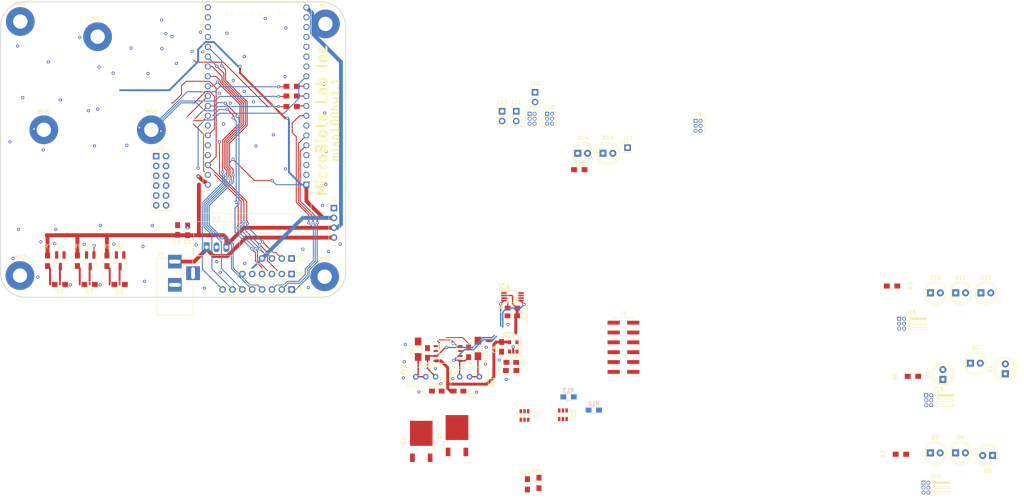
<source format=kicad_pcb>
(kicad_pcb (version 20171130) (host pcbnew "(5.0.0)")
  (layers (0 F.Cu signal) (31 B.Cu signal) (34 B.Paste user) (35 F.Paste user) (36 B.SilkS user) (37 F.SilkS user) (38 B.Mask user) (39 F.Mask user) (44 Edge.Cuts user))
  (net 0 "")
  (net 1 GNDA)
  (net 2 +3.3VA)
  (net 3 +5V)
  (net 4 GND)
  (net 5 "Net-(D3-Pad2)")
  (net 6 "Net-(D3-Pad1)")
  (net 7 "Net-(D6-Pad2)")
  (net 8 "Net-(D6-Pad1)")
  (net 9 "Net-(D7-Pad1)")
  (net 10 "Net-(D7-Pad2)")
  (net 11 CTRL_3V3A)
  (net 12 SPI_CS_ADC)
  (net 13 SPI_Din)
  (net 14 SPI_Dout)
  (net 15 SPI_SCL)
  (net 16 +3V3)
  (net 17 TEMP1W)
  (net 18 I2C_SCL)
  (net 19 I2C_SDA)
  (net 20 +12V)
  (net 21 Heater-)
  (net 22 IO0)
  (net 23 IO2)
  (net 24 IO4)
  (net 25 IO16)
  (net 26 IO17)
  (net 27 IO33)
  (net 28 I34)
  (net 29 I35)
  (net 30 CTRL_Heater)
  (net 31 LED_G)
  (net 32 LED_R)
  (net 33 LED_Y)
  (net 34 "Net-(R10-Pad1)")
  (net 35 "Net-(R11-Pad1)")
  (net 36 "Net-(D1-Pad1)")
  (net 37 "Net-(D2-Pad1)")
  (net 38 "Net-(Q2-Pad1)")
  (net 39 "Net-(Q3-Pad1)")
  (net 40 "Net-(Q4-Pad1)")
  (net 41 "Net-(Q6-Pad1)")
  (net 42 /LMC6482/A+)
  (net 43 /AnalogConnPCB/5V)
  (net 44 /AnalogConnPCB/sheet5C67EBE6/Aout)
  (net 45 /AnalogConnPCB/sheet5C67EBE6/A+)
  (net 46 /AnalogConnPCB/sheet5C67EBE6/B+)
  (net 47 /AnalogConnPCB/sheet5C67EBE6/Bout)
  (net 48 /LEDBoard1/12V)
  (net 49 "Net-(D4-Pad1)")
  (net 50 /LEDBoard2/12V)
  (net 51 "Net-(D5-Pad1)")
  (net 52 "Net-(D8-Pad1)")
  (net 53 "Net-(D9-Pad1)")
  (net 54 /LEDBoard3/12V)
  (net 55 "Net-(D10-Pad1)")
  (net 56 "Net-(D11-Pad1)")
  (net 57 "Net-(D12-Pad1)")
  (net 58 12V_O)
  (net 59 GND_O)
  (net 60 "Net-(IC1-Pad2)")
  (net 61 "Net-(IC2-Pad2)")
  (net 62 /AnalogConnPCB/3V3ACtrl)
  (net 63 /AnalogConnPCB/SPI_CD_ADC)
  (net 64 /AnalogConnPCB/SPI_MOSI)
  (net 65 /AnalogConnPCB/SPI_MISO)
  (net 66 /AnalogConnPCB/SPI_SCL)
  (net 67 CTRL_470nm)
  (net 68 SPI_MOSI)
  (net 69 SPI_MISO)
  (net 70 Temp1wDaisy)
  (net 71 /AnalogConnPCB/470nmCtrl)
  (net 72 /AnalogConnPCB/HeaterCtrl)
  (net 73 3V3_O)
  (net 74 LED470nm)
  (net 75 /LEDBoard1/LED)
  (net 76 /LEDBoard1/GND)
  (net 77 /LEDBoard2/GND)
  (net 78 /LEDBoard2/LED)
  (net 79 /LEDBoard3/LED)
  (net 80 /LEDBoard3/GND)
  (net 81 "Net-(IC1-Pad4)")
  (net 82 "Net-(IC2-Pad4)")
  (module ESP32-DEVKITC-32D:MODULE_ESP32-DEVKITC-32D (layer F.Cu) (at 66.1 27.4 180)
    (fp_text reference U1 (at -11.4644 -28.446 180) (layer F.SilkS) (effects (font (size 1.00039 1.00039) (thickness 0.05))))
    (fp_text value ESP32-DEVKITC-32D (at 0 24.25 180) (layer F.SilkS) (effects (font (size 1.00105 1.00105) (thickness 0.05))))
    (pad 38 thru_hole circle (at 12.7 25.96 180) (size 1.56 1.56) (drill 1.04) (layers *.Cu *.Mask))
    (pad 37 thru_hole circle (at 12.7 23.42 180) (size 1.56 1.56) (drill 1.04) (layers *.Cu *.Mask))
    (pad 36 thru_hole circle (at 12.7 20.88 180) (size 1.56 1.56) (drill 1.04) (layers *.Cu *.Mask))
    (pad 35 thru_hole circle (at 12.7 18.34 180) (size 1.56 1.56) (drill 1.04) (layers *.Cu *.Mask) (net 17 TEMP1W))
    (pad 34 thru_hole circle (at 12.7 15.8 180) (size 1.56 1.56) (drill 1.04) (layers *.Cu *.Mask) (net 23 IO2))
    (pad 33 thru_hole circle (at 12.7 13.26 180) (size 1.56 1.56) (drill 1.04) (layers *.Cu *.Mask) (net 22 IO0))
    (pad 32 thru_hole circle (at 12.7 10.72 180) (size 1.56 1.56) (drill 1.04) (layers *.Cu *.Mask) (net 24 IO4))
    (pad 31 thru_hole circle (at 12.7 8.18 180) (size 1.56 1.56) (drill 1.04) (layers *.Cu *.Mask) (net 25 IO16))
    (pad 30 thru_hole circle (at 12.7 5.64 180) (size 1.56 1.56) (drill 1.04) (layers *.Cu *.Mask) (net 26 IO17))
    (pad 29 thru_hole circle (at 12.7 3.1 180) (size 1.56 1.56) (drill 1.04) (layers *.Cu *.Mask) (net 12 SPI_CS_ADC))
    (pad 28 thru_hole circle (at 12.7 0.56 180) (size 1.56 1.56) (drill 1.04) (layers *.Cu *.Mask) (net 15 SPI_SCL))
    (pad 27 thru_hole circle (at 12.7 -1.98 180) (size 1.56 1.56) (drill 1.04) (layers *.Cu *.Mask) (net 68 SPI_MOSI))
    (pad 26 thru_hole circle (at 12.7 -4.52 180) (size 1.56 1.56) (drill 1.04) (layers *.Cu *.Mask) (net 4 GND))
    (pad 25 thru_hole circle (at 12.7 -7.06 180) (size 1.56 1.56) (drill 1.04) (layers *.Cu *.Mask) (net 19 I2C_SDA))
    (pad 24 thru_hole circle (at 12.7 -9.6 180) (size 1.56 1.56) (drill 1.04) (layers *.Cu *.Mask))
    (pad 23 thru_hole circle (at 12.7 -12.14 180) (size 1.56 1.56) (drill 1.04) (layers *.Cu *.Mask))
    (pad 22 thru_hole circle (at 12.7 -14.68 180) (size 1.56 1.56) (drill 1.04) (layers *.Cu *.Mask) (net 18 I2C_SCL))
    (pad 21 thru_hole circle (at 12.7 -17.22 180) (size 1.56 1.56) (drill 1.04) (layers *.Cu *.Mask) (net 69 SPI_MISO))
    (pad 20 thru_hole circle (at 12.7 -19.76 180) (size 1.56 1.56) (drill 1.04) (layers *.Cu *.Mask) (net 4 GND))
    (pad 18 thru_hole circle (at -12.7 23.42 180) (size 1.56 1.56) (drill 1.04) (layers *.Cu *.Mask))
    (pad 17 thru_hole circle (at -12.7 20.88 180) (size 1.56 1.56) (drill 1.04) (layers *.Cu *.Mask))
    (pad 16 thru_hole circle (at -12.7 18.34 180) (size 1.56 1.56) (drill 1.04) (layers *.Cu *.Mask))
    (pad 15 thru_hole circle (at -12.7 15.8 180) (size 1.56 1.56) (drill 1.04) (layers *.Cu *.Mask))
    (pad 14 thru_hole circle (at -12.7 13.26 180) (size 1.56 1.56) (drill 1.04) (layers *.Cu *.Mask) (net 4 GND))
    (pad 13 thru_hole circle (at -12.7 10.72 180) (size 1.56 1.56) (drill 1.04) (layers *.Cu *.Mask) (net 67 CTRL_470nm))
    (pad 12 thru_hole circle (at -12.7 8.18 180) (size 1.56 1.56) (drill 1.04) (layers *.Cu *.Mask) (net 11 CTRL_3V3A))
    (pad 11 thru_hole circle (at -12.7 5.64 180) (size 1.56 1.56) (drill 1.04) (layers *.Cu *.Mask) (net 32 LED_R))
    (pad 10 thru_hole circle (at -12.7 3.1 180) (size 1.56 1.56) (drill 1.04) (layers *.Cu *.Mask) (net 33 LED_Y))
    (pad 9 thru_hole circle (at -12.7 0.56 180) (size 1.56 1.56) (drill 1.04) (layers *.Cu *.Mask) (net 31 LED_G))
    (pad 8 thru_hole circle (at -12.7 -1.98 180) (size 1.56 1.56) (drill 1.04) (layers *.Cu *.Mask) (net 27 IO33))
    (pad 7 thru_hole circle (at -12.7 -4.52 180) (size 1.56 1.56) (drill 1.04) (layers *.Cu *.Mask) (net 30 CTRL_Heater))
    (pad 6 thru_hole circle (at -12.7 -7.06 180) (size 1.56 1.56) (drill 1.04) (layers *.Cu *.Mask) (net 29 I35))
    (pad 5 thru_hole circle (at -12.7 -9.6 180) (size 1.56 1.56) (drill 1.04) (layers *.Cu *.Mask) (net 28 I34))
    (pad 4 thru_hole circle (at -12.7 -12.14 180) (size 1.56 1.56) (drill 1.04) (layers *.Cu *.Mask))
    (pad 3 thru_hole circle (at -12.7 -14.68 180) (size 1.56 1.56) (drill 1.04) (layers *.Cu *.Mask))
    (pad 19 thru_hole circle (at -12.7 25.96 180) (size 1.56 1.56) (drill 1.04) (layers *.Cu *.Mask) (net 3 +5V))
    (pad 2 thru_hole circle (at -12.7 -17.22 180) (size 1.56 1.56) (drill 1.04) (layers *.Cu *.Mask))
    (pad 1 thru_hole rect (at -12.7 -19.76 180) (size 1.56 1.56) (drill 1.04) (layers *.Cu *.Mask) (net 16 +3V3))
  )
  (module Converters_DCDC_ACDC:DCDC-Conv_RECOM_R-78E-0.5 (layer F.Cu) (at 53.1 63.3)
    (fp_text reference U2 (at 2.54 -7.55) (layer F.SilkS))
    (fp_text value R-78E5.0-1.0)
    (pad 3 thru_hole oval (at 5.08 0) (size 1.5 2.5) (drill 1) (layers *.Cu *.Mask) (net 3 +5V))
    (pad 2 thru_hole oval (at 2.54 0) (size 1.5 2.5) (drill 1) (layers *.Cu *.Mask) (net 4 GND))
    (pad 1 thru_hole rect (at 0 0) (size 1.5 2.5) (drill 1) (layers *.Cu *.Mask) (net 20 +12V))
  )
  (module Resistors_SMD:R_0805_HandSoldering (layer F.Cu) (at 75 27 180)
    (fp_text reference R4 (at 4.6 0 270) (layer F.SilkS))
    (fp_text value 3k3)
    (pad 1 smd rect (at -1.35 0 180) (size 1.5 1.3) (layers F.Cu F.Paste F.Mask) (net 31 LED_G))
    (pad 2 smd rect (at 1.35 0 180) (size 1.5 1.3) (layers F.Cu F.Paste F.Mask) (net 38 "Net-(Q2-Pad1)"))
  )
  (module Capacitors_SMD:C_0805_HandSoldering (layer F.Cu) (at 120.6 90.4 90)
    (fp_text reference C9 (at -2.95 -0.05 180) (layer F.SilkS))
    (fp_text value 100pF)
    (pad 1 smd rect (at -1.25 0 90) (size 1.5 1.25) (layers F.Cu F.Paste F.Mask) (net 44 /AnalogConnPCB/sheet5C67EBE6/Aout))
    (pad 2 smd rect (at 1.25 0 90) (size 1.5 1.25) (layers F.Cu F.Paste F.Mask) (net 45 /AnalogConnPCB/sheet5C67EBE6/A+))
  )
  (module Capacitors_SMD:C_0805_HandSoldering (layer F.Cu) (at 110 90.55 90)
    (fp_text reference C10 (at -3 -0.05 180) (layer F.SilkS))
    (fp_text value 100pF)
    (pad 2 smd rect (at 1.25 0 90) (size 1.5 1.25) (layers F.Cu F.Paste F.Mask) (net 46 /AnalogConnPCB/sheet5C67EBE6/B+))
    (pad 1 smd rect (at -1.25 0 90) (size 1.5 1.25) (layers F.Cu F.Paste F.Mask) (net 47 /AnalogConnPCB/sheet5C67EBE6/Bout))
  )
  (module Resistors_SMD:R_0805_HandSoldering (layer F.Cu) (at 235.1 96.6)
    (fp_text reference R1 (at -4.6 0 90) (layer F.SilkS))
    (fp_text value 120)
    (pad 2 smd rect (at 1.35 0) (size 1.5 1.3) (layers F.Cu F.Paste F.Mask) (net 75 /LEDBoard1/LED))
    (pad 1 smd rect (at -1.35 0) (size 1.5 1.3) (layers F.Cu F.Paste F.Mask) (net 49 "Net-(D4-Pad1)"))
  )
  (module Resistors_SMD:R_0805_HandSoldering (layer F.Cu) (at 27.4 66.8 90)
    (fp_text reference R5 (at 3.7 0 180) (layer F.SilkS))
    (fp_text value 1k)
    (pad 1 smd rect (at -1.35 0 90) (size 1.5 1.3) (layers F.Cu F.Paste F.Mask) (net 5 "Net-(D3-Pad2)"))
    (pad 2 smd rect (at 1.35 0 90) (size 1.5 1.3) (layers F.Cu F.Paste F.Mask) (net 3 +5V))
  )
  (module Resistors_SMD:R_0805_HandSoldering (layer F.Cu) (at 75 21.8 180)
    (fp_text reference R6 (at 4.6 -0.1 270) (layer F.SilkS))
    (fp_text value 3k3)
    (pad 2 smd rect (at 1.35 0 180) (size 1.5 1.3) (layers F.Cu F.Paste F.Mask) (net 40 "Net-(Q4-Pad1)"))
    (pad 1 smd rect (at -1.35 0 180) (size 1.5 1.3) (layers F.Cu F.Paste F.Mask) (net 32 LED_R))
  )
  (module Resistors_SMD:R_0805_HandSoldering (layer F.Cu) (at 232 116.7)
    (fp_text reference R2 (at -4.6 0 90) (layer F.SilkS))
    (fp_text value 120)
    (pad 2 smd rect (at 1.35 0) (size 1.5 1.3) (layers F.Cu F.Paste F.Mask) (net 78 /LEDBoard2/LED))
    (pad 1 smd rect (at -1.35 0) (size 1.5 1.3) (layers F.Cu F.Paste F.Mask) (net 53 "Net-(D9-Pad1)"))
  )
  (module Resistors_SMD:R_0805_HandSoldering (layer F.Cu) (at 75 24.3 180)
    (fp_text reference R8 (at 4.6 -0.1 270) (layer F.SilkS))
    (fp_text value 3k3)
    (pad 2 smd rect (at 1.35 0 180) (size 1.5 1.3) (layers F.Cu F.Paste F.Mask) (net 41 "Net-(Q6-Pad1)"))
    (pad 1 smd rect (at -1.35 0 180) (size 1.5 1.3) (layers F.Cu F.Paste F.Mask) (net 33 LED_Y))
  )
  (module Resistors_SMD:R_0805_HandSoldering (layer F.Cu) (at 12.1 66.8 90)
    (fp_text reference R7 (at 3.7 0.1 180) (layer F.SilkS))
    (fp_text value 1k)
    (pad 1 smd rect (at -1.35 0 90) (size 1.5 1.3) (layers F.Cu F.Paste F.Mask) (net 7 "Net-(D6-Pad2)"))
    (pad 2 smd rect (at 1.35 0 90) (size 1.5 1.3) (layers F.Cu F.Paste F.Mask) (net 3 +5V))
  )
  (module Resistors_SMD:R_0805_HandSoldering (layer F.Cu) (at 229.7 73.3 180)
    (fp_text reference R3 (at -4.7 0 270) (layer F.SilkS))
    (fp_text value 120)
    (pad 2 smd rect (at 1.35 0 180) (size 1.5 1.3) (layers F.Cu F.Paste F.Mask) (net 79 /LEDBoard3/LED))
    (pad 1 smd rect (at -1.35 0 180) (size 1.5 1.3) (layers F.Cu F.Paste F.Mask) (net 57 "Net-(D12-Pad1)"))
  )
  (module ADC122S021CIMM_NOPB:SOP65P490X110-8N (layer F.Cu) (at 131.9 76.075)
    (fp_text reference IC4 (at -2.1 -2.625) (layer F.SilkS) (effects (font (size 1.27 1.27) (thickness 0.254))))
    (fp_text value ADC122S021CIMM_NOPB hide)
    (pad 1 smd rect (at -2.2 -0.975 90) (size 0.45 1.4) (layers F.Cu F.Paste F.Mask) (net 63 /AnalogConnPCB/SPI_CD_ADC))
    (pad 2 smd rect (at -2.2 -0.325 90) (size 0.45 1.4) (layers F.Cu F.Paste F.Mask) (net 2 +3.3VA))
    (pad 3 smd rect (at -2.2 0.325 90) (size 0.45 1.4) (layers F.Cu F.Paste F.Mask) (net 1 GNDA))
    (pad 4 smd rect (at -2.2 0.975 90) (size 0.45 1.4) (layers F.Cu F.Paste F.Mask) (net 47 /AnalogConnPCB/sheet5C67EBE6/Bout))
    (pad 5 smd rect (at 2.2 0.975 90) (size 0.45 1.4) (layers F.Cu F.Paste F.Mask) (net 44 /AnalogConnPCB/sheet5C67EBE6/Aout))
    (pad 6 smd rect (at 2.2 0.325 90) (size 0.45 1.4) (layers F.Cu F.Paste F.Mask) (net 64 /AnalogConnPCB/SPI_MOSI))
    (pad 7 smd rect (at 2.2 -0.325 90) (size 0.45 1.4) (layers F.Cu F.Paste F.Mask) (net 65 /AnalogConnPCB/SPI_MISO))
    (pad 8 smd rect (at 2.2 -0.975 90) (size 0.45 1.4) (layers F.Cu F.Paste F.Mask) (net 66 /AnalogConnPCB/SPI_SCL))
  )
  (module Pin_Headers:Pin_Header_Straight_1x04_Pitch2.54mm (layer F.Cu) (at 85.9 53.2)
    (fp_text reference J1 (at 0 -2.33) (layer F.SilkS))
    (fp_text value Conn_01x04)
    (pad 4 thru_hole oval (at 0 7.62) (size 1.7 1.7) (drill 1) (layers *.Cu *.Mask) (net 20 +12V))
    (pad 3 thru_hole oval (at 0 5.08) (size 1.7 1.7) (drill 1) (layers *.Cu *.Mask) (net 3 +5V))
    (pad 2 thru_hole oval (at 0 2.54) (size 1.7 1.7) (drill 1) (layers *.Cu *.Mask) (net 16 +3V3))
    (pad 1 thru_hole rect (at 0 0) (size 1.7 1.7) (drill 1) (layers *.Cu *.Mask) (net 4 GND))
  )
  (module "TCR2EF33_LM(CT:SOT-25" (layer F.Cu) (at 132.1 89)
    (fp_text reference IC3 (at -1.1 -3.05) (layer F.SilkS) (effects (font (size 1.27 1.27) (thickness 0.254))))
    (fp_text value "TCR2EF33,LM(CT" hide)
    (pad 1 smd rect (at -0.95 1.2) (size 0.8 1) (layers F.Cu F.Paste F.Mask) (net 43 /AnalogConnPCB/5V))
    (pad 2 smd rect (at 0 1.2) (size 0.6 1) (layers F.Cu F.Paste F.Mask) (net 1 GNDA))
    (pad 3 smd rect (at 0.95 1.2) (size 0.8 1) (layers F.Cu F.Paste F.Mask) (net 62 /AnalogConnPCB/3V3ACtrl))
    (pad 4 smd rect (at 0.95 -1.2) (size 0.8 1) (layers F.Cu F.Paste F.Mask))
    (pad 5 smd rect (at -0.95 -1.2) (size 0.8 1) (layers F.Cu F.Paste F.Mask) (net 2 +3.3VA))
  )
  (module LEDs:LED_D5.0mm (layer F.Cu) (at 242.8 97.4 90)
    (fp_text reference D4 (at 1.27 -3.96 90) (layer F.SilkS))
    (fp_text value 470nm)
    (pad 1 thru_hole rect (at 0 0 90) (size 1.8 1.8) (drill 0.9) (layers *.Cu *.Mask) (net 49 "Net-(D4-Pad1)"))
    (pad 2 thru_hole circle (at 2.54 0 90) (size 1.8 1.8) (drill 0.9) (layers *.Cu *.Mask) (net 37 "Net-(D2-Pad1)"))
  )
  (module LEDs:LED_D5.0mm (layer F.Cu) (at 255.6 117 180)
    (fp_text reference D5 (at 1.27 -3.96 180) (layer F.SilkS))
    (fp_text value 470nm)
    (pad 2 thru_hole circle (at 2.54 0 180) (size 1.8 1.8) (drill 0.9) (layers *.Cu *.Mask) (net 50 /LEDBoard2/12V))
    (pad 1 thru_hole rect (at 0 0 180) (size 1.8 1.8) (drill 0.9) (layers *.Cu *.Mask) (net 51 "Net-(D5-Pad1)"))
  )
  (module Capacitors_SMD:C_0805_HandSoldering (layer F.Cu) (at 129.1 89 270)
    (fp_text reference C8 (at 0.7 1.65 270) (layer F.SilkS))
    (fp_text value 0.1uF)
    (pad 2 smd rect (at 1.25 0 270) (size 1.5 1.25) (layers F.Cu F.Paste F.Mask) (net 1 GNDA))
    (pad 1 smd rect (at -1.25 0 270) (size 1.5 1.25) (layers F.Cu F.Paste F.Mask) (net 2 +3.3VA))
  )
  (module Capacitors_SMD:C_0805_HandSoldering (layer F.Cu) (at 131.9 79 180)
    (fp_text reference C6 (at 3 -0.25 270) (layer F.SilkS))
    (fp_text value 1uF)
    (pad 2 smd rect (at 1.25 0 180) (size 1.5 1.25) (layers F.Cu F.Paste F.Mask) (net 1 GNDA))
    (pad 1 smd rect (at -1.25 0 180) (size 1.5 1.25) (layers F.Cu F.Paste F.Mask) (net 2 +3.3VA))
  )
  (module Capacitors_SMD:C_0805_HandSoldering (layer F.Cu) (at 131.85 81 180)
    (fp_text reference C7 (at -3.1 -0.05 270) (layer F.SilkS))
    (fp_text value 1uF)
    (pad 1 smd rect (at -1.25 0 180) (size 1.5 1.25) (layers F.Cu F.Paste F.Mask) (net 2 +3.3VA))
    (pad 2 smd rect (at 1.25 0 180) (size 1.5 1.25) (layers F.Cu F.Paste F.Mask) (net 1 GNDA))
  )
  (module Capacitors_SMD:C_0805_HandSoldering (layer F.Cu) (at 131.6 93 180)
    (fp_text reference C5 (at -3.1 0 270) (layer F.SilkS))
    (fp_text value 0.1uF)
    (pad 1 smd rect (at -1.25 0 180) (size 1.5 1.25) (layers F.Cu F.Paste F.Mask) (net 2 +3.3VA))
    (pad 2 smd rect (at 1.25 0 180) (size 1.5 1.25) (layers F.Cu F.Paste F.Mask) (net 1 GNDA))
  )
  (module Resistors_SMD:R_0805_HandSoldering (layer F.Cu) (at 131.55 95.1)
    (fp_text reference JP1 (at -3.1 0.05 90) (layer F.SilkS))
    (fp_text value Jumper)
    (pad 1 smd rect (at -1.35 0) (size 1.5 1.3) (layers F.Cu F.Paste F.Mask) (net 59 GND_O))
    (pad 2 smd rect (at 1.35 0) (size 1.5 1.3) (layers F.Cu F.Paste F.Mask) (net 1 GNDA))
  )
  (module TO_SOT_Packages_SMD:SOT-23_Handsoldering (layer F.Cu) (at 23.1 66.8 270)
    (fp_text reference Q6 (at -3.7 0) (layer F.SilkS))
    (fp_text value DMN3404)
    (pad 3 smd rect (at 1.5 0 270) (size 1.9 0.8) (layers F.Cu F.Paste F.Mask) (net 9 "Net-(D7-Pad1)"))
    (pad 2 smd rect (at -1.5 0.95 270) (size 1.9 0.8) (layers F.Cu F.Paste F.Mask) (net 4 GND))
    (pad 1 smd rect (at -1.5 -0.95 270) (size 1.9 0.8) (layers F.Cu F.Paste F.Mask) (net 41 "Net-(Q6-Pad1)"))
  )
  (module TO_SOT_Packages_SMD:SOT-23_Handsoldering (layer F.Cu) (at 30.8 66.8 270)
    (fp_text reference Q2 (at -3.7 0 180) (layer F.SilkS))
    (fp_text value DMN3404)
    (pad 3 smd rect (at 1.5 0 270) (size 1.9 0.8) (layers F.Cu F.Paste F.Mask) (net 6 "Net-(D3-Pad1)"))
    (pad 2 smd rect (at -1.5 0.95 270) (size 1.9 0.8) (layers F.Cu F.Paste F.Mask) (net 4 GND))
    (pad 1 smd rect (at -1.5 -0.95 270) (size 1.9 0.8) (layers F.Cu F.Paste F.Mask) (net 38 "Net-(Q2-Pad1)"))
  )
  (module Pin_Headers:Pin_Header_Straight_1x08_Pitch2.54mm (layer F.Cu) (at 75 74.2 270)
    (fp_text reference J5 (at 0 -2.33 270) (layer F.SilkS))
    (fp_text value Conn_01x08_Male)
    (pad 8 thru_hole oval (at 0 17.78 270) (size 1.7 1.7) (drill 1) (layers *.Cu *.Mask) (net 26 IO17))
    (pad 7 thru_hole oval (at 0 15.24 270) (size 1.7 1.7) (drill 1) (layers *.Cu *.Mask) (net 25 IO16))
    (pad 6 thru_hole oval (at 0 12.7 270) (size 1.7 1.7) (drill 1) (layers *.Cu *.Mask) (net 24 IO4))
    (pad 5 thru_hole oval (at 0 10.16 270) (size 1.7 1.7) (drill 1) (layers *.Cu *.Mask) (net 22 IO0))
    (pad 4 thru_hole oval (at 0 7.62 270) (size 1.7 1.7) (drill 1) (layers *.Cu *.Mask) (net 23 IO2))
    (pad 3 thru_hole oval (at 0 5.08 270) (size 1.7 1.7) (drill 1) (layers *.Cu *.Mask) (net 27 IO33))
    (pad 2 thru_hole oval (at 0 2.54 270) (size 1.7 1.7) (drill 1) (layers *.Cu *.Mask) (net 29 I35))
    (pad 1 thru_hole rect (at 0 0 270) (size 1.7 1.7) (drill 1) (layers *.Cu *.Mask) (net 28 I34))
  )
  (module TO_SOT_Packages_SMD:SOT-23_Handsoldering (layer F.Cu) (at 15.4 66.8 270)
    (fp_text reference Q4 (at -3.7 0) (layer F.SilkS))
    (fp_text value DMN3404)
    (pad 3 smd rect (at 1.5 0 270) (size 1.9 0.8) (layers F.Cu F.Paste F.Mask) (net 8 "Net-(D6-Pad1)"))
    (pad 2 smd rect (at -1.5 0.95 270) (size 1.9 0.8) (layers F.Cu F.Paste F.Mask) (net 4 GND))
    (pad 1 smd rect (at -1.5 -0.95 270) (size 1.9 0.8) (layers F.Cu F.Paste F.Mask) (net 40 "Net-(Q4-Pad1)"))
  )
  (module Capacitors_SMD:C_0805_HandSoldering (layer F.Cu) (at 112.4 100.4 180)
    (fp_text reference C1 (at 3.25 -1 180) (layer F.SilkS))
    (fp_text value 1uF)
    (pad 2 smd rect (at 1.25 0 180) (size 1.5 1.25) (layers F.Cu F.Paste F.Mask) (net 1 GNDA))
    (pad 1 smd rect (at -1.25 0 180) (size 1.5 1.25) (layers F.Cu F.Paste F.Mask) (net 43 /AnalogConnPCB/5V))
  )
  (module Capacitors_SMD:C_0805_HandSoldering (layer F.Cu) (at 45.6 58.85 90)
    (fp_text reference C4 (at -3.1 -0.15 180) (layer F.SilkS))
    (fp_text value 1uF)
    (pad 2 smd rect (at 1.25 0 90) (size 1.5 1.25) (layers F.Cu F.Paste F.Mask) (net 4 GND))
    (pad 1 smd rect (at -1.25 0 90) (size 1.5 1.25) (layers F.Cu F.Paste F.Mask) (net 3 +5V))
  )
  (module Capacitors_SMD:C_0805_HandSoldering (layer F.Cu) (at 118 100.4)
    (fp_text reference C2 (at 3.4 1.2) (layer F.SilkS))
    (fp_text value 1uF)
    (pad 1 smd rect (at -1.25 0) (size 1.5 1.25) (layers F.Cu F.Paste F.Mask) (net 2 +3.3VA))
    (pad 2 smd rect (at 1.25 0) (size 1.5 1.25) (layers F.Cu F.Paste F.Mask) (net 1 GNDA))
  )
  (module Capacitors_SMD:C_0805_HandSoldering (layer F.Cu) (at 48.2 58.95 90)
    (fp_text reference C3 (at -3.05 -0.05 180) (layer F.SilkS))
    (fp_text value 10uF)
    (pad 1 smd rect (at -1.25 0 90) (size 1.5 1.25) (layers F.Cu F.Paste F.Mask) (net 3 +5V))
    (pad 2 smd rect (at 1.25 0 90) (size 1.5 1.25) (layers F.Cu F.Paste F.Mask) (net 4 GND))
  )
  (module Resistors_SMD:R_0805_HandSoldering (layer B.Cu) (at 152.85 105.3 180)
    (fp_text reference R12 (at 0 1.7 180) (layer B.SilkS) (effects (justify mirror)))
    (fp_text value 3k3)
    (pad 2 smd rect (at 1.35 0 180) (size 1.5 1.3) (layers B.Cu B.Paste B.Mask) (net 60 "Net-(IC1-Pad2)"))
    (pad 1 smd rect (at -1.35 0 180) (size 1.5 1.3) (layers B.Cu B.Paste B.Mask) (net 72 /AnalogConnPCB/HeaterCtrl))
  )
  (module Potentiometers:Potentiometer_Trimmer_Bourns_3296W (layer F.Cu) (at 118.3 96.7 180)
    (fp_text reference RV1 (at -8.45 -1.4 270) (layer F.SilkS))
    (fp_text value 5M)
    (pad 3 thru_hole circle (at -5.08 0 180) (size 1.44 1.44) (drill 0.8) (layers *.Cu *.Mask) (net 34 "Net-(R10-Pad1)"))
    (pad 2 thru_hole circle (at -2.54 0 180) (size 1.44 1.44) (drill 0.8) (layers *.Cu *.Mask) (net 34 "Net-(R10-Pad1)"))
    (pad 1 thru_hole circle (at 0 0 180) (size 1.44 1.44) (drill 0.8) (layers *.Cu *.Mask) (net 44 /AnalogConnPCB/sheet5C67EBE6/Aout))
  )
  (module Resistors_SMD:R_1206_HandSoldering (layer F.Cu) (at 107.6 89.6 90)
    (fp_text reference R11 (at 0 -1.85 90) (layer F.SilkS))
    (fp_text value 1M)
    (pad 2 smd rect (at 2 0 90) (size 2 1.7) (layers F.Cu F.Paste F.Mask) (net 46 /AnalogConnPCB/sheet5C67EBE6/B+))
    (pad 1 smd rect (at -2 0 90) (size 2 1.7) (layers F.Cu F.Paste F.Mask) (net 35 "Net-(R11-Pad1)"))
  )
  (module Resistors_SMD:R_0805_HandSoldering (layer F.Cu) (at 19.8 66.8 90)
    (fp_text reference R9 (at 3.7 0 180) (layer F.SilkS))
    (fp_text value 1k)
    (pad 1 smd rect (at -1.35 0 90) (size 1.5 1.3) (layers F.Cu F.Paste F.Mask) (net 10 "Net-(D7-Pad2)"))
    (pad 2 smd rect (at 1.35 0 90) (size 1.5 1.3) (layers F.Cu F.Paste F.Mask) (net 3 +5V))
  )
  (module Resistors_SMD:R_1206_HandSoldering (layer F.Cu) (at 123 89.4 90)
    (fp_text reference R10 (at -1.9 2.05 270) (layer F.SilkS))
    (fp_text value 1M)
    (pad 1 smd rect (at -2 0 90) (size 2 1.7) (layers F.Cu F.Paste F.Mask) (net 34 "Net-(R10-Pad1)"))
    (pad 2 smd rect (at 2 0 90) (size 2 1.7) (layers F.Cu F.Paste F.Mask) (net 45 /AnalogConnPCB/sheet5C67EBE6/A+))
  )
  (module Resistors_SMD:R_0805_HandSoldering (layer B.Cu) (at 146.35 101.9 180)
    (fp_text reference R13 (at 0 1.7 180) (layer B.SilkS) (effects (justify mirror)))
    (fp_text value 3k3)
    (pad 1 smd rect (at -1.35 0 180) (size 1.5 1.3) (layers B.Cu B.Paste B.Mask) (net 71 /AnalogConnPCB/470nmCtrl))
    (pad 2 smd rect (at 1.35 0 180) (size 1.5 1.3) (layers B.Cu B.Paste B.Mask) (net 61 "Net-(IC2-Pad2)"))
  )
  (module SMD_Packages:SOIC-8-N (layer F.Cu) (at 115.3 90.7 90)
    (fp_text reference U3 (at 3.4 0 180) (layer F.SilkS))
    (fp_text value LMC6482)
    (pad 1 smd rect (at -1.905 3.175 90) (size 0.508 1.143) (layers F.Cu F.Paste F.Mask) (net 44 /AnalogConnPCB/sheet5C67EBE6/Aout))
    (pad 2 smd rect (at -0.635 3.175 90) (size 0.508 1.143) (layers F.Cu F.Paste F.Mask) (net 45 /AnalogConnPCB/sheet5C67EBE6/A+))
    (pad 3 smd rect (at 0.635 3.175 90) (size 0.508 1.143) (layers F.Cu F.Paste F.Mask) (net 1 GNDA))
    (pad 4 smd rect (at 1.905 3.175 90) (size 0.508 1.143) (layers F.Cu F.Paste F.Mask) (net 1 GNDA))
    (pad 5 smd rect (at 1.905 -3.175 90) (size 0.508 1.143) (layers F.Cu F.Paste F.Mask) (net 1 GNDA))
    (pad 6 smd rect (at 0.635 -3.175 90) (size 0.508 1.143) (layers F.Cu F.Paste F.Mask) (net 46 /AnalogConnPCB/sheet5C67EBE6/B+))
    (pad 7 smd rect (at -0.635 -3.175 90) (size 0.508 1.143) (layers F.Cu F.Paste F.Mask) (net 47 /AnalogConnPCB/sheet5C67EBE6/Bout))
    (pad 8 smd rect (at -1.905 -3.175 90) (size 0.508 1.143) (layers F.Cu F.Paste F.Mask) (net 2 +3.3VA))
  )
  (module Potentiometers:Potentiometer_Trimmer_Bourns_3296W (layer F.Cu) (at 112.1 96.7)
    (fp_text reference RV2 (at -8.4 -1.65 90) (layer F.SilkS))
    (fp_text value 1M)
    (pad 1 thru_hole circle (at 0 0) (size 1.44 1.44) (drill 0.8) (layers *.Cu *.Mask) (net 47 /AnalogConnPCB/sheet5C67EBE6/Bout))
    (pad 2 thru_hole circle (at -2.54 0) (size 1.44 1.44) (drill 0.8) (layers *.Cu *.Mask) (net 35 "Net-(R11-Pad1)"))
    (pad 3 thru_hole circle (at -5.08 0) (size 1.44 1.44) (drill 0.8) (layers *.Cu *.Mask) (net 35 "Net-(R11-Pad1)"))
  )
  (module Connectors:BARREL_JACK (layer F.Cu) (at 44.9 67 90)
    (fp_text reference J4 (at 2 -3.75) (layer F.SilkS))
    (fp_text value Conn_01x02_Male)
    (pad 3 thru_hole rect (at -3 4.7 90) (size 3.5 3.5) (drill oval 3 1) (layers *.Cu *.Mask))
    (pad 2 thru_hole rect (at -6 0 90) (size 3.5 3.5) (drill oval 1 3) (layers *.Cu *.Mask) (net 4 GND))
    (pad 1 thru_hole rect (at 0 0 90) (size 3.5 3.5) (drill oval 1 3) (layers *.Cu *.Mask) (net 20 +12V))
  )
  (module LEDs:LED_D5.0mm (layer F.Cu) (at 258.9 95.94 90)
    (fp_text reference D1 (at 1.27 -3.96 90) (layer F.SilkS))
    (fp_text value 470nm)
    (pad 1 thru_hole rect (at 0 0 90) (size 1.8 1.8) (drill 0.9) (layers *.Cu *.Mask) (net 36 "Net-(D1-Pad1)"))
    (pad 2 thru_hole circle (at 2.54 0 90) (size 1.8 1.8) (drill 0.9) (layers *.Cu *.Mask) (net 48 /LEDBoard1/12V))
  )
  (module LEDs:LED_D5.0mm (layer F.Cu) (at 249.9 93.2)
    (fp_text reference D2 (at 1.27 -3.96) (layer F.SilkS))
    (fp_text value 470nm)
    (pad 2 thru_hole circle (at 2.54 0) (size 1.8 1.8) (drill 0.9) (layers *.Cu *.Mask) (net 36 "Net-(D1-Pad1)"))
    (pad 1 thru_hole rect (at 0 0) (size 1.8 1.8) (drill 0.9) (layers *.Cu *.Mask) (net 37 "Net-(D2-Pad1)"))
  )
  (module Pin_Headers:Pin_Header_Straight_1x04_Pitch2.54mm (layer F.Cu) (at 75 66.2 270)
    (fp_text reference J7 (at 0 -2.33 270) (layer F.SilkS))
    (fp_text value Conn_01x04_Male)
    (pad 4 thru_hole oval (at 0 7.62 270) (size 1.7 1.7) (drill 1) (layers *.Cu *.Mask) (net 16 +3V3))
    (pad 3 thru_hole oval (at 0 5.08 270) (size 1.7 1.7) (drill 1) (layers *.Cu *.Mask) (net 18 I2C_SCL))
    (pad 2 thru_hole oval (at 0 2.54 270) (size 1.7 1.7) (drill 1) (layers *.Cu *.Mask) (net 19 I2C_SDA))
    (pad 1 thru_hole rect (at 0 0 270) (size 1.7 1.7) (drill 1) (layers *.Cu *.Mask) (net 4 GND))
  )
  (module Resistors_SMD:R_0805_HandSoldering (layer F.Cu) (at 135.75 124.46 90)
    (fp_text reference R14 (at 2.97 -0.54 180) (layer F.SilkS))
    (fp_text value 4k7)
    (pad 2 smd rect (at 1.35 0 90) (size 1.5 1.3) (layers F.Cu F.Paste F.Mask) (net 73 3V3_O))
    (pad 1 smd rect (at -1.35 0 90) (size 1.5 1.3) (layers F.Cu F.Paste F.Mask) (net 70 Temp1wDaisy))
  )
  (module Resistors_SMD:R_0805_HandSoldering (layer F.Cu) (at 138.73 124.09 270)
    (fp_text reference R15 (at -2.98 0.49) (layer F.SilkS))
    (fp_text value 10k)
    (pad 1 smd rect (at -1.35 0 270) (size 1.5 1.3) (layers F.Cu F.Paste F.Mask) (net 81 "Net-(IC1-Pad4)"))
    (pad 2 smd rect (at 1.35 0 270) (size 1.5 1.3) (layers F.Cu F.Paste F.Mask) (net 59 GND_O))
  )
  (module LEDs:LED_D5.0mm (layer F.Cu) (at 246.075001 116.345001)
    (fp_text reference D8 (at 1.27 -3.96) (layer F.SilkS))
    (fp_text value 470nm)
    (pad 2 thru_hole circle (at 2.54 0) (size 1.8 1.8) (drill 0.9) (layers *.Cu *.Mask) (net 51 "Net-(D5-Pad1)"))
    (pad 1 thru_hole rect (at 0 0) (size 1.8 1.8) (drill 0.9) (layers *.Cu *.Mask) (net 52 "Net-(D8-Pad1)"))
  )
  (module LEDs:LED_D5.0mm (layer F.Cu) (at 239.575001 116.345001)
    (fp_text reference D9 (at 1.27 -3.96) (layer F.SilkS))
    (fp_text value 470nm)
    (pad 1 thru_hole rect (at 0 0) (size 1.8 1.8) (drill 0.9) (layers *.Cu *.Mask) (net 53 "Net-(D9-Pad1)"))
    (pad 2 thru_hole circle (at 2.54 0) (size 1.8 1.8) (drill 0.9) (layers *.Cu *.Mask) (net 52 "Net-(D8-Pad1)"))
  )
  (module LEDs:LED_D5.0mm (layer F.Cu) (at 252.615001 75.075001)
    (fp_text reference D10 (at 1.27 -3.96) (layer F.SilkS))
    (fp_text value 470nm)
    (pad 2 thru_hole circle (at 2.54 0) (size 1.8 1.8) (drill 0.9) (layers *.Cu *.Mask) (net 54 /LEDBoard3/12V))
    (pad 1 thru_hole rect (at 0 0) (size 1.8 1.8) (drill 0.9) (layers *.Cu *.Mask) (net 55 "Net-(D10-Pad1)"))
  )
  (module LEDs:LED_D5.0mm (layer F.Cu) (at 246.115001 75.075001)
    (fp_text reference D11 (at 1.27 -3.96) (layer F.SilkS))
    (fp_text value 470nm)
    (pad 1 thru_hole rect (at 0 0) (size 1.8 1.8) (drill 0.9) (layers *.Cu *.Mask) (net 56 "Net-(D11-Pad1)"))
    (pad 2 thru_hole circle (at 2.54 0) (size 1.8 1.8) (drill 0.9) (layers *.Cu *.Mask) (net 55 "Net-(D10-Pad1)"))
  )
  (module LEDs:LED_D5.0mm (layer F.Cu) (at 239.615001 75.075001)
    (fp_text reference D12 (at 1.27 -3.96) (layer F.SilkS))
    (fp_text value 470nm)
    (pad 1 thru_hole rect (at 0 0) (size 1.8 1.8) (drill 0.9) (layers *.Cu *.Mask) (net 57 "Net-(D12-Pad1)"))
    (pad 2 thru_hole circle (at 2.54 0) (size 1.8 1.8) (drill 0.9) (layers *.Cu *.Mask) (net 56 "Net-(D11-Pad1)"))
  )
  (module LEDs:LED_D5.0mm (layer F.Cu) (at 155.215001 39.065001)
    (fp_text reference D13 (at 1.27 -3.96) (layer F.SilkS))
    (fp_text value D_Photo)
    (pad 2 thru_hole circle (at 2.54 0) (size 1.8 1.8) (drill 0.9) (layers *.Cu *.Mask) (net 1 GNDA))
    (pad 1 thru_hole rect (at 0 0) (size 1.8 1.8) (drill 0.9) (layers *.Cu *.Mask) (net 45 /AnalogConnPCB/sheet5C67EBE6/A+))
  )
  (module LEDs:LED_D5.0mm (layer F.Cu) (at 148.715001 39.065001)
    (fp_text reference D14 (at 1.27 -3.96) (layer F.SilkS))
    (fp_text value D_Photo)
    (pad 2 thru_hole circle (at 2.54 0) (size 1.8 1.8) (drill 0.9) (layers *.Cu *.Mask) (net 1 GNDA))
    (pad 1 thru_hole rect (at 0 0) (size 1.8 1.8) (drill 0.9) (layers *.Cu *.Mask) (net 46 /AnalogConnPCB/sheet5C67EBE6/B+))
  )
  (module Pin_Headers:Pin_Header_Straight_2x06_Pitch2.54mm (layer F.Cu) (at 40.1 39.8)
    (fp_text reference J2 (at 1.27 -2.33) (layer F.SilkS))
    (fp_text value Conn_01x12_Female)
    (pad 12 thru_hole oval (at 2.54 12.7) (size 1.7 1.7) (drill 1) (layers *.Cu *.Mask) (net 17 TEMP1W))
    (pad 11 thru_hole oval (at 0 12.7) (size 1.7 1.7) (drill 1) (layers *.Cu *.Mask) (net 67 CTRL_470nm))
    (pad 10 thru_hole oval (at 2.54 10.16) (size 1.7 1.7) (drill 1) (layers *.Cu *.Mask) (net 30 CTRL_Heater))
    (pad 9 thru_hole oval (at 0 10.16) (size 1.7 1.7) (drill 1) (layers *.Cu *.Mask) (net 12 SPI_CS_ADC))
    (pad 8 thru_hole oval (at 2.54 7.62) (size 1.7 1.7) (drill 1) (layers *.Cu *.Mask) (net 68 SPI_MOSI))
    (pad 7 thru_hole oval (at 0 7.62) (size 1.7 1.7) (drill 1) (layers *.Cu *.Mask) (net 69 SPI_MISO))
    (pad 6 thru_hole oval (at 2.54 5.08) (size 1.7 1.7) (drill 1) (layers *.Cu *.Mask) (net 15 SPI_SCL))
    (pad 5 thru_hole oval (at 0 5.08) (size 1.7 1.7) (drill 1) (layers *.Cu *.Mask) (net 11 CTRL_3V3A))
    (pad 4 thru_hole oval (at 2.54 2.54) (size 1.7 1.7) (drill 1) (layers *.Cu *.Mask) (net 4 GND))
    (pad 3 thru_hole oval (at 0 2.54) (size 1.7 1.7) (drill 1) (layers *.Cu *.Mask) (net 16 +3V3))
    (pad 2 thru_hole oval (at 2.54 0) (size 1.7 1.7) (drill 1) (layers *.Cu *.Mask) (net 3 +5V))
    (pad 1 thru_hole rect (at 0 0) (size 1.7 1.7) (drill 1) (layers *.Cu *.Mask) (net 20 +12V))
  )
  (module Pin_Headers:Pin_Header_Straight_2x06_Pitch2.54mm_SMD (layer F.Cu) (at 160.5 89.1)
    (fp_text reference J3 (at 0 -8.68) (layer F.SilkS))
    (fp_text value Conn_01x12_Male)
    (pad 12 smd rect (at 2.525 6.35) (size 3.15 1) (layers F.Cu F.Paste F.Mask) (net 70 Temp1wDaisy))
    (pad 11 smd rect (at -2.525 6.35) (size 3.15 1) (layers F.Cu F.Paste F.Mask) (net 71 /AnalogConnPCB/470nmCtrl))
    (pad 10 smd rect (at 2.525 3.81) (size 3.15 1) (layers F.Cu F.Paste F.Mask) (net 72 /AnalogConnPCB/HeaterCtrl))
    (pad 9 smd rect (at -2.525 3.81) (size 3.15 1) (layers F.Cu F.Paste F.Mask) (net 63 /AnalogConnPCB/SPI_CD_ADC))
    (pad 8 smd rect (at 2.525 1.27) (size 3.15 1) (layers F.Cu F.Paste F.Mask) (net 64 /AnalogConnPCB/SPI_MOSI))
    (pad 7 smd rect (at -2.525 1.27) (size 3.15 1) (layers F.Cu F.Paste F.Mask) (net 65 /AnalogConnPCB/SPI_MISO))
    (pad 6 smd rect (at 2.525 -1.27) (size 3.15 1) (layers F.Cu F.Paste F.Mask) (net 66 /AnalogConnPCB/SPI_SCL))
    (pad 5 smd rect (at -2.525 -1.27) (size 3.15 1) (layers F.Cu F.Paste F.Mask) (net 62 /AnalogConnPCB/3V3ACtrl))
    (pad 4 smd rect (at 2.525 -3.81) (size 3.15 1) (layers F.Cu F.Paste F.Mask) (net 59 GND_O))
    (pad 3 smd rect (at -2.525 -3.81) (size 3.15 1) (layers F.Cu F.Paste F.Mask) (net 73 3V3_O))
    (pad 2 smd rect (at 2.525 -6.35) (size 3.15 1) (layers F.Cu F.Paste F.Mask) (net 43 /AnalogConnPCB/5V))
    (pad 1 smd rect (at -2.525 -6.35) (size 3.15 1) (layers F.Cu F.Paste F.Mask) (net 58 12V_O))
  )
  (module Pin_Headers:Pin_Header_Straight_1x06_Pitch2.54mm (layer F.Cu) (at 75 70.2 270)
    (fp_text reference J6 (at 0 -2.33 270) (layer F.SilkS))
    (fp_text value Conn_01x06_Male)
    (pad 6 thru_hole oval (at 0 12.7 270) (size 1.7 1.7) (drill 1) (layers *.Cu *.Mask) (net 16 +3V3))
    (pad 5 thru_hole oval (at 0 10.16 270) (size 1.7 1.7) (drill 1) (layers *.Cu *.Mask) (net 15 SPI_SCL))
    (pad 4 thru_hole oval (at 0 7.62 270) (size 1.7 1.7) (drill 1) (layers *.Cu *.Mask) (net 68 SPI_MOSI))
    (pad 3 thru_hole oval (at 0 5.08 270) (size 1.7 1.7) (drill 1) (layers *.Cu *.Mask) (net 69 SPI_MISO))
    (pad 2 thru_hole oval (at 0 2.54 270) (size 1.7 1.7) (drill 1) (layers *.Cu *.Mask) (net 12 SPI_CS_ADC))
    (pad 1 thru_hole rect (at 0 0 270) (size 1.7 1.7) (drill 1) (layers *.Cu *.Mask) (net 4 GND))
  )
  (module Pin_Headers:Pin_Header_Straight_2x03_Pitch1.27mm (layer F.Cu) (at 179.1 30.7)
    (fp_text reference J8 (at 0.635 -1.695) (layer F.SilkS))
    (fp_text value Conn_01x06_Male)
    (pad 6 thru_hole oval (at 1.27 2.54) (size 1 1) (drill 0.65) (layers *.Cu *.Mask) (net 59 GND_O))
    (pad 5 thru_hole oval (at 0 2.54) (size 1 1) (drill 0.65) (layers *.Cu *.Mask) (net 59 GND_O))
    (pad 4 thru_hole oval (at 1.27 1.27) (size 1 1) (drill 0.65) (layers *.Cu *.Mask) (net 70 Temp1wDaisy))
    (pad 3 thru_hole oval (at 0 1.27) (size 1 1) (drill 0.65) (layers *.Cu *.Mask) (net 74 LED470nm))
    (pad 2 thru_hole oval (at 1.27 0) (size 1 1) (drill 0.65) (layers *.Cu *.Mask) (net 73 3V3_O))
    (pad 1 thru_hole rect (at 0 0) (size 1 1) (drill 0.65) (layers *.Cu *.Mask) (net 58 12V_O))
  )
  (module Pin_Headers:Pin_Header_Straight_2x03_Pitch1.27mm (layer F.Cu) (at 136.325001 28.875001)
    (fp_text reference J9 (at 0.635 -1.695) (layer F.SilkS))
    (fp_text value Conn_01x06_Male)
    (pad 1 thru_hole rect (at 0 0) (size 1 1) (drill 0.65) (layers *.Cu *.Mask) (net 58 12V_O))
    (pad 2 thru_hole oval (at 1.27 0) (size 1 1) (drill 0.65) (layers *.Cu *.Mask) (net 73 3V3_O))
    (pad 3 thru_hole oval (at 0 1.27) (size 1 1) (drill 0.65) (layers *.Cu *.Mask) (net 74 LED470nm))
    (pad 4 thru_hole oval (at 1.27 1.27) (size 1 1) (drill 0.65) (layers *.Cu *.Mask) (net 70 Temp1wDaisy))
    (pad 5 thru_hole oval (at 0 2.54) (size 1 1) (drill 0.65) (layers *.Cu *.Mask) (net 59 GND_O))
    (pad 6 thru_hole oval (at 1.27 2.54) (size 1 1) (drill 0.65) (layers *.Cu *.Mask) (net 59 GND_O))
  )
  (module Pin_Headers:Pin_Header_Straight_2x03_Pitch1.27mm (layer F.Cu) (at 140.825001 28.875001)
    (fp_text reference J10 (at 0.635 -1.695) (layer F.SilkS))
    (fp_text value Conn_01x06_Male)
    (pad 6 thru_hole oval (at 1.27 2.54) (size 1 1) (drill 0.65) (layers *.Cu *.Mask) (net 59 GND_O))
    (pad 5 thru_hole oval (at 0 2.54) (size 1 1) (drill 0.65) (layers *.Cu *.Mask) (net 59 GND_O))
    (pad 4 thru_hole oval (at 1.27 1.27) (size 1 1) (drill 0.65) (layers *.Cu *.Mask) (net 70 Temp1wDaisy))
    (pad 3 thru_hole oval (at 0 1.27) (size 1 1) (drill 0.65) (layers *.Cu *.Mask) (net 74 LED470nm))
    (pad 2 thru_hole oval (at 1.27 0) (size 1 1) (drill 0.65) (layers *.Cu *.Mask) (net 73 3V3_O))
    (pad 1 thru_hole rect (at 0 0) (size 1 1) (drill 0.65) (layers *.Cu *.Mask) (net 58 12V_O))
  )
  (module Pin_Headers:Pin_Header_Straight_1x02_Pitch2.54mm (layer F.Cu) (at 132.875001 28.225001)
    (fp_text reference J11 (at 0 -2.33) (layer F.SilkS))
    (fp_text value Conn_01x02_Male)
    (pad 2 thru_hole oval (at 0 2.54) (size 1.7 1.7) (drill 1) (layers *.Cu *.Mask) (net 58 12V_O))
    (pad 1 thru_hole rect (at 0 0) (size 1.7 1.7) (drill 1) (layers *.Cu *.Mask) (net 21 Heater-))
  )
  (module Pin_Headers:Pin_Header_Straight_1x02_Pitch2.54mm (layer F.Cu) (at 137.725001 23.325001)
    (fp_text reference J12 (at 0 -2.33) (layer F.SilkS))
    (fp_text value Conn_01x02_Male)
    (pad 2 thru_hole oval (at 0 2.54) (size 1.7 1.7) (drill 1) (layers *.Cu *.Mask) (net 58 12V_O))
    (pad 1 thru_hole rect (at 0 0) (size 1.7 1.7) (drill 1) (layers *.Cu *.Mask) (net 21 Heater-))
  )
  (module Pin_Headers:Pin_Header_Straight_1x02_Pitch2.54mm (layer F.Cu) (at 129.225001 28.225001)
    (fp_text reference J13 (at 0 -2.33) (layer F.SilkS))
    (fp_text value Conn_01x02_Male)
    (pad 1 thru_hole rect (at 0 0) (size 1.7 1.7) (drill 1) (layers *.Cu *.Mask) (net 21 Heater-))
    (pad 2 thru_hole oval (at 0 2.54) (size 1.7 1.7) (drill 1) (layers *.Cu *.Mask) (net 58 12V_O))
  )
  (module Pin_Headers:Pin_Header_Angled_2x03_Pitch1.27mm (layer F.Cu) (at 238.53 101.5)
    (fp_text reference J14 (at 3.0675 -1.635) (layer F.SilkS))
    (fp_text value Conn_01x06_Male)
    (pad 6 thru_hole oval (at 1.27 2.54) (size 1 1) (drill 0.65) (layers *.Cu *.Mask) (net 48 /LEDBoard1/12V))
    (pad 5 thru_hole oval (at 0 2.54) (size 1 1) (drill 0.65) (layers *.Cu *.Mask))
    (pad 4 thru_hole oval (at 1.27 1.27) (size 1 1) (drill 0.65) (layers *.Cu *.Mask) (net 75 /LEDBoard1/LED))
    (pad 3 thru_hole oval (at 0 1.27) (size 1 1) (drill 0.65) (layers *.Cu *.Mask))
    (pad 2 thru_hole oval (at 1.27 0) (size 1 1) (drill 0.65) (layers *.Cu *.Mask) (net 76 /LEDBoard1/GND))
    (pad 1 thru_hole rect (at 0 0) (size 1 1) (drill 0.65) (layers *.Cu *.Mask) (net 76 /LEDBoard1/GND))
  )
  (module Pin_Headers:Pin_Header_Angled_2x03_Pitch1.27mm (layer F.Cu) (at 237.8 124.03)
    (fp_text reference J15 (at 3.0675 -1.635) (layer F.SilkS))
    (fp_text value Conn_01x06_Male)
    (pad 1 thru_hole rect (at 0 0) (size 1 1) (drill 0.65) (layers *.Cu *.Mask) (net 77 /LEDBoard2/GND))
    (pad 2 thru_hole oval (at 1.27 0) (size 1 1) (drill 0.65) (layers *.Cu *.Mask) (net 77 /LEDBoard2/GND))
    (pad 3 thru_hole oval (at 0 1.27) (size 1 1) (drill 0.65) (layers *.Cu *.Mask))
    (pad 4 thru_hole oval (at 1.27 1.27) (size 1 1) (drill 0.65) (layers *.Cu *.Mask) (net 78 /LEDBoard2/LED))
    (pad 5 thru_hole oval (at 0 2.54) (size 1 1) (drill 0.65) (layers *.Cu *.Mask))
    (pad 6 thru_hole oval (at 1.27 2.54) (size 1 1) (drill 0.65) (layers *.Cu *.Mask) (net 50 /LEDBoard2/12V))
  )
  (module Pin_Headers:Pin_Header_Angled_2x03_Pitch1.27mm (layer F.Cu) (at 231.53 81.73)
    (fp_text reference J16 (at 3.0675 -1.635) (layer F.SilkS))
    (fp_text value Conn_01x06_Male)
    (pad 6 thru_hole oval (at 1.27 2.54) (size 1 1) (drill 0.65) (layers *.Cu *.Mask) (net 54 /LEDBoard3/12V))
    (pad 5 thru_hole oval (at 0 2.54) (size 1 1) (drill 0.65) (layers *.Cu *.Mask))
    (pad 4 thru_hole oval (at 1.27 1.27) (size 1 1) (drill 0.65) (layers *.Cu *.Mask) (net 79 /LEDBoard3/LED))
    (pad 3 thru_hole oval (at 0 1.27) (size 1 1) (drill 0.65) (layers *.Cu *.Mask))
    (pad 2 thru_hole oval (at 1.27 0) (size 1 1) (drill 0.65) (layers *.Cu *.Mask) (net 80 /LEDBoard3/GND))
    (pad 1 thru_hole rect (at 0 0) (size 1 1) (drill 0.65) (layers *.Cu *.Mask) (net 80 /LEDBoard3/GND))
  )
  (module Pin_Headers:Pin_Header_Straight_1x01_Pitch2.54mm (layer F.Cu) (at 161.565001 37.615001)
    (fp_text reference J17 (at 0 -2.33) (layer F.SilkS))
    (fp_text value Conn_01x01_Male)
    (pad 1 thru_hole rect (at 0 0) (size 1.7 1.7) (drill 1) (layers *.Cu *.Mask) (net 1 GNDA))
  )
  (module TO_SOT_Packages_SMD:TO-252-2 (layer F.Cu) (at 117.6 111.9 90)
    (fp_text reference Q1 (at 0 -4.5 90) (layer F.SilkS))
    (fp_text value AOD4184A)
    (pad 1 smd rect (at -4.2 -2.28 90) (size 2.2 1.2) (layers F.Cu F.Paste F.Mask) (net 81 "Net-(IC1-Pad4)"))
    (pad 3 smd rect (at -4.2 2.28 90) (size 2.2 1.2) (layers F.Cu F.Paste F.Mask) (net 59 GND_O))
    (pad 2 smd rect (at 2.1 0 90) (size 6.4 5.8) (layers F.Cu F.Mask) (net 21 Heater-))
    (pad 2 smd rect (at 3.775 1.525 90) (size 3.05 2.75) (layers F.Cu F.Paste) (net 21 Heater-))
    (pad 2 smd rect (at 0.425 -1.525 90) (size 3.05 2.75) (layers F.Cu F.Paste) (net 21 Heater-))
    (pad 2 smd rect (at 3.775 -1.525 90) (size 3.05 2.75) (layers F.Cu F.Paste) (net 21 Heater-))
    (pad 2 smd rect (at 0.425 1.525 90) (size 3.05 2.75) (layers F.Cu F.Paste) (net 21 Heater-))
  )
  (module TO_SOT_Packages_SMD:TO-252-2 (layer F.Cu) (at 108.4 113.4 90)
    (fp_text reference Q3 (at 0 -4.5 90) (layer F.SilkS))
    (fp_text value AOD4184A)
    (pad 2 smd rect (at 0.425 1.525 90) (size 3.05 2.75) (layers F.Cu F.Paste) (net 74 LED470nm))
    (pad 2 smd rect (at 3.775 -1.525 90) (size 3.05 2.75) (layers F.Cu F.Paste) (net 74 LED470nm))
    (pad 2 smd rect (at 0.425 -1.525 90) (size 3.05 2.75) (layers F.Cu F.Paste) (net 74 LED470nm))
    (pad 2 smd rect (at 3.775 1.525 90) (size 3.05 2.75) (layers F.Cu F.Paste) (net 74 LED470nm))
    (pad 2 smd rect (at 2.1 0 90) (size 6.4 5.8) (layers F.Cu F.Mask) (net 74 LED470nm))
    (pad 3 smd rect (at -4.2 2.28 90) (size 2.2 1.2) (layers F.Cu F.Paste F.Mask) (net 59 GND_O))
    (pad 1 smd rect (at -4.2 -2.28 90) (size 2.2 1.2) (layers F.Cu F.Paste F.Mask) (net 82 "Net-(IC2-Pad4)"))
  )
  (module Resistors_SMD:R_0805_HandSoldering (layer F.Cu) (at 149.115001 43.280001)
    (fp_text reference R16 (at 0 -1.7) (layer F.SilkS))
    (fp_text value 10k)
    (pad 2 smd rect (at 1.35 0) (size 1.5 1.3) (layers F.Cu F.Paste F.Mask) (net 59 GND_O))
    (pad 1 smd rect (at -1.35 0) (size 1.5 1.3) (layers F.Cu F.Paste F.Mask) (net 82 "Net-(IC2-Pad4)"))
  )
  (module LEDs:LED_0805_HandSoldering (layer F.Cu) (at 30.66 72.9 180)
    (fp_text reference D3 (at 0 -1.7 180) (layer F.SilkS))
    (fp_text value green)
    (pad 2 smd rect (at 1.35 0 180) (size 1.5 1.3) (layers F.Cu F.Paste F.Mask) (net 5 "Net-(D3-Pad2)"))
    (pad 1 smd rect (at -1.35 0 180) (size 1.5 1.3) (layers F.Cu F.Paste F.Mask) (net 6 "Net-(D3-Pad1)"))
  )
  (module LEDs:LED_0805_HandSoldering (layer F.Cu) (at 15.28 72.9 180)
    (fp_text reference D6 (at 0 -1.7 180) (layer F.SilkS))
    (fp_text value red)
    (pad 1 smd rect (at -1.35 0 180) (size 1.5 1.3) (layers F.Cu F.Paste F.Mask) (net 8 "Net-(D6-Pad1)"))
    (pad 2 smd rect (at 1.35 0 180) (size 1.5 1.3) (layers F.Cu F.Paste F.Mask) (net 7 "Net-(D6-Pad2)"))
  )
  (module LEDs:LED_0805_HandSoldering (layer F.Cu) (at 22.94 72.9 180)
    (fp_text reference D7 (at 0 -1.7 180) (layer F.SilkS))
    (fp_text value yellow)
    (pad 2 smd rect (at 1.35 0 180) (size 1.5 1.3) (layers F.Cu F.Paste F.Mask) (net 10 "Net-(D7-Pad2)"))
    (pad 1 smd rect (at -1.35 0 180) (size 1.5 1.3) (layers F.Cu F.Paste F.Mask) (net 9 "Net-(D7-Pad1)"))
  )
  (module TO_SOT_Packages_SMD:SOT-23-6 (layer F.Cu) (at 135 106.7 270)
    (fp_text reference IC1 (at 0 -2.9 270) (layer F.SilkS))
    (fp_text value ZXGD3006E6QTA)
    (pad 1 smd rect (at -1.1 -0.95 270) (size 1.06 0.65) (layers F.Cu F.Paste F.Mask) (net 58 12V_O))
    (pad 2 smd rect (at -1.1 0 270) (size 1.06 0.65) (layers F.Cu F.Paste F.Mask) (net 60 "Net-(IC1-Pad2)"))
    (pad 3 smd rect (at -1.1 0.95 270) (size 1.06 0.65) (layers F.Cu F.Paste F.Mask) (net 59 GND_O))
    (pad 4 smd rect (at 1.1 0.95 270) (size 1.06 0.65) (layers F.Cu F.Paste F.Mask) (net 81 "Net-(IC1-Pad4)"))
    (pad 6 smd rect (at 1.1 -0.95 270) (size 1.06 0.65) (layers F.Cu F.Paste F.Mask) (net 81 "Net-(IC1-Pad4)"))
    (pad 5 smd rect (at 1.1 0 270) (size 1.06 0.65) (layers F.Cu F.Paste F.Mask))
  )
  (module TO_SOT_Packages_SMD:SOT-23-6 (layer F.Cu) (at 144.9 106.5 270)
    (fp_text reference IC2 (at 0 -2.9 270) (layer F.SilkS))
    (fp_text value ZXGD3006E6QTA)
    (pad 5 smd rect (at 1.1 0 270) (size 1.06 0.65) (layers F.Cu F.Paste F.Mask))
    (pad 6 smd rect (at 1.1 -0.95 270) (size 1.06 0.65) (layers F.Cu F.Paste F.Mask) (net 82 "Net-(IC2-Pad4)"))
    (pad 4 smd rect (at 1.1 0.95 270) (size 1.06 0.65) (layers F.Cu F.Paste F.Mask) (net 82 "Net-(IC2-Pad4)"))
    (pad 3 smd rect (at -1.1 0.95 270) (size 1.06 0.65) (layers F.Cu F.Paste F.Mask) (net 59 GND_O))
    (pad 2 smd rect (at -1.1 0 270) (size 1.06 0.65) (layers F.Cu F.Paste F.Mask) (net 61 "Net-(IC2-Pad2)"))
    (pad 1 smd rect (at -1.1 -0.95 270) (size 1.06 0.65) (layers F.Cu F.Paste F.Mask) (net 58 12V_O))
  )
  (module Mounting_Holes:MountingHole_3.7mm_Pad (layer F.Cu) (at 5.08 5.08)
    (fp_text reference MH1 (at 0 -4.7) (layer F.SilkS))
    (fp_text value MountingHole)
    (pad 1 thru_hole circle (at 0 0) (size 7.4 7.4) (drill 3.7) (layers *.Cu *.Mask))
  )
  (module Mounting_Holes:MountingHole_3.7mm_Pad (layer F.Cu) (at 5 70.6)
    (fp_text reference MH2 (at 0 -4.7) (layer F.SilkS))
    (fp_text value MountingHole)
    (pad 1 thru_hole circle (at 0 0) (size 7.4 7.4) (drill 3.7) (layers *.Cu *.Mask))
  )
  (module Mounting_Holes:MountingHole_3.7mm_Pad (layer F.Cu) (at 83.5 70.9)
    (fp_text reference MH3 (at 0 -4.7) (layer F.SilkS))
    (fp_text value MountingHole)
    (pad 1 thru_hole circle (at 0 0) (size 7.4 7.4) (drill 3.7) (layers *.Cu *.Mask))
  )
  (module Mounting_Holes:MountingHole_3.7mm_Pad (layer F.Cu) (at 83.7 5.7)
    (fp_text reference MH4 (at 0 -4.7) (layer F.SilkS))
    (fp_text value MountingHole)
    (pad 1 thru_hole circle (at 0 0) (size 7.4 7.4) (drill 3.7) (layers *.Cu *.Mask))
  )
  (module Mounting_Holes:MountingHole_3.7mm_Pad (layer F.Cu) (at 38.8564 33)
    (fp_text reference MH5 (at 0 -4.7) (layer F.SilkS))
    (fp_text value MountingHole)
    (pad 1 thru_hole circle (at 0 0) (size 7.4 7.4) (drill 3.7) (layers *.Cu *.Mask))
  )
  (module Mounting_Holes:MountingHole_3.7mm_Pad (layer F.Cu) (at 11.1436 33)
    (fp_text reference MH6 (at 0 -4.7) (layer F.SilkS))
    (fp_text value MountingHole)
    (pad 1 thru_hole circle (at 0 0) (size 7.4 7.4) (drill 3.7) (layers *.Cu *.Mask))
  )
  (module Mounting_Holes:MountingHole_3.7mm_Pad (layer F.Cu) (at 25 9)
    (fp_text reference MH7 (at 0 -4.7) (layer F.SilkS))
    (fp_text value MountingHole)
    (pad 1 thru_hole circle (at 0 0) (size 7.4 7.4) (drill 3.7) (layers *.Cu *.Mask))
  )
  (gr_text "mlab100hw1.1\n" (at 86.2 30.45 90) (layer F.SilkS) (effects (font (size 2 2) (thickness 0.3))))
  (gr_text "MicroBiota Lab Inc\n" (at 82.75 30.65 90) (layer F.SilkS) (effects (font (size 2.75 2.75) (thickness 0.5))))
  (gr_line (start 134.1 91.5) (end 131.6 91.5) (layer F.SilkS) (width 0.2))
  (gr_line (start 134.1 86) (end 134.1 91.5) (layer F.SilkS) (width 0.2))
  (gr_line (start 135.7 76.7) (end 135.7 82.4) (layer F.SilkS) (width 0.2))
  (gr_line (start 135.2 76.7) (end 135.7 76.7) (layer F.SilkS) (width 0.2))
  (gr_line (start 135.7 82.4) (end 135.7 83.6) (layer F.SilkS) (width 0.2))
  (gr_line (start 88.9 6.35) (end 88.9 69.85) (layer Edge.Cuts) (width 0.2))
  (gr_line (start 6.35 0) (end 82.55 0) (layer Edge.Cuts) (width 0.2))
  (gr_line (start 0 69.85) (end 0 6.35) (layer Edge.Cuts) (width 0.2))
  (gr_line (start 82.55 76.2) (end 6.35 76.2) (layer Edge.Cuts) (width 0.2))
  (gr_arc (start 6.35 6.35) (end 6.35 0) (angle -90) (layer Edge.Cuts) (width 0.2))
  (gr_arc (start 82.55 6.35) (end 88.9 6.35) (angle -90) (layer Edge.Cuts) (width 0.2))
  (gr_arc (start 82.55 69.85) (end 82.55 76.2) (angle -90) (layer Edge.Cuts) (width 0.2))
  (gr_arc (start 6.35 69.85) (end 0 69.85) (angle -90) (layer Edge.Cuts) (width 0.2))
  (via (at 9.6 71) (size 0.8) (drill 0.4) (layers F.Cu B.Cu) (net 0))
  (via (at 103.8 97) (size 0.8) (drill 0.4) (layers F.Cu B.Cu) (net 1))
  (via (at 130.3 97.4) (size 0.8) (drill 0.4) (layers F.Cu B.Cu) (net 1))
  (via (at 128.5 92.4) (size 0.8) (drill 0.4) (layers F.Cu B.Cu) (net 1))
  (via (at 124.95 93.45) (size 0.8) (drill 0.4) (layers F.Cu B.Cu) (net 1))
  (segment (start 125.35 87.4) (end 126.4 87.4) (width 0.75) (layer F.Cu) (net 1))
  (via (at 116.56 88.05) (size 0.8) (drill 0.4) (layers F.Cu B.Cu) (net 1))
  (via (at 113.45 98.55) (size 0.8) (drill 0.4) (layers F.Cu B.Cu) (net 1))
  (via (at 112.05 94.55) (size 0.8) (drill 0.4) (layers F.Cu B.Cu) (net 1))
  (via (at 125.15 89.1) (size 0.8) (drill 0.4) (layers F.Cu B.Cu) (net 1))
  (segment (start 112.57501 87.41) (end 113.021501 87.856491) (width 0.25) (layer F.Cu) (net 1))
  (segment (start 113.021501 87.856491) (end 113.021501 89.485999) (width 0.25) (layer F.Cu) (net 1))
  (segment (start 117.6535 88.795) (end 116.0585 87.2) (width 0.25) (layer F.Cu) (net 1))
  (segment (start 118.475 88.795) (end 117.6535 88.795) (width 0.25) (layer F.Cu) (net 1))
  (segment (start 116.0585 87.2) (end 113.03 87.2) (width 0.25) (layer F.Cu) (net 1))
  (via (at 104.3 88.39) (size 0.8) (drill 0.4) (layers F.Cu B.Cu) (net 1))
  (via (at 104.02 92.84) (size 0.8) (drill 0.4) (layers F.Cu B.Cu) (net 1))
  (via (at 107.77 100.61) (size 0.8) (drill 0.4) (layers F.Cu B.Cu) (net 1))
  (via (at 122.61 100.71) (size 0.8) (drill 0.4) (layers F.Cu B.Cu) (net 1))
  (via (at 116.55 97.2) (size 0.8) (drill 0.4) (layers F.Cu B.Cu) (net 1))
  (via (at 130.76 83.21) (size 0.8) (drill 0.4) (layers F.Cu B.Cu) (net 1))
  (via (at 132.09 89.01) (size 0.8) (drill 0.4) (layers F.Cu B.Cu) (net 1))
  (segment (start 132.1 89.02) (end 132.09 89.01) (width 0.5) (layer F.Cu) (net 1))
  (segment (start 132.1 90.2) (end 132.1 89.02) (width 0.5) (layer F.Cu) (net 1))
  (segment (start 130.65 78.125) (end 130.65 79) (width 0.25) (layer F.Cu) (net 1))
  (segment (start 130.725001 78.049999) (end 130.65 78.125) (width 0.25) (layer F.Cu) (net 1))
  (segment (start 130.725001 76.475001) (end 130.725001 78.049999) (width 0.25) (layer F.Cu) (net 1))
  (segment (start 130.65 76.4) (end 130.725001 76.475001) (width 0.25) (layer F.Cu) (net 1))
  (segment (start 129.7 76.4) (end 130.65 76.4) (width 0.25) (layer F.Cu) (net 1))
  (segment (start 113.4465 92.605) (end 115.2 94.3585) (width 0.75) (layer F.Cu) (net 2))
  (segment (start 112.125 92.605) (end 113.4465 92.605) (width 0.75) (layer F.Cu) (net 2))
  (segment (start 131.1 87.75) (end 131.15 87.8) (width 0.75) (layer F.Cu) (net 2))
  (segment (start 129.1 87.75) (end 131.1 87.75) (width 0.75) (layer F.Cu) (net 2))
  (segment (start 132.75 81.35) (end 133.1 81) (width 0.75) (layer F.Cu) (net 2))
  (segment (start 132.75 85.4) (end 132.75 81.35) (width 0.75) (layer F.Cu) (net 2))
  (segment (start 133.1 79.05) (end 133.15 79) (width 0.75) (layer F.Cu) (net 2))
  (segment (start 133.1 81) (end 133.1 79.05) (width 0.75) (layer F.Cu) (net 2))
  (segment (start 129.7 75.75) (end 131.75 75.75) (width 0.35) (layer F.Cu) (net 2))
  (segment (start 133.025 79) (end 133.15 79) (width 0.35) (layer F.Cu) (net 2))
  (segment (start 131.924999 77.899999) (end 133.025 79) (width 0.35) (layer F.Cu) (net 2))
  (segment (start 131.924999 75.924999) (end 131.924999 77.899999) (width 0.35) (layer F.Cu) (net 2))
  (segment (start 131.75 75.75) (end 131.924999 75.924999) (width 0.35) (layer F.Cu) (net 2))
  (segment (start 116.1 100.6) (end 115.2 99.675) (width 0.75) (layer F.Cu) (net 2))
  (segment (start 116.8 100.4) (end 116.1 100.6) (width 0.75) (layer F.Cu) (net 2))
  (segment (start 118.675 98.6) (end 115.2 98.6) (width 0.75) (layer F.Cu) (net 2))
  (segment (start 125.3 98.6) (end 118.675 98.6) (width 0.75) (layer F.Cu) (net 2))
  (segment (start 115.2 98.6) (end 115.2 99.675) (width 0.75) (layer F.Cu) (net 2))
  (segment (start 115.2 94.3585) (end 115.2 98.6) (width 0.75) (layer F.Cu) (net 2))
  (segment (start 129.1 87.75) (end 127.725 87.75) (width 0.75) (layer F.Cu) (net 2))
  (segment (start 127.725 87.75) (end 127.1 88.375) (width 0.75) (layer F.Cu) (net 2))
  (segment (start 127.1 88.375) (end 127.1 96.8) (width 0.75) (layer F.Cu) (net 2))
  (segment (start 127.1 96.8) (end 125.3 98.6) (width 0.75) (layer F.Cu) (net 2))
  (segment (start 17.000001 60.099999) (end 16.9 60.2) (width 1) (layer F.Cu) (net 3))
  (segment (start 11.9 60.2) (end 16.9 60.2) (width 1) (layer F.Cu) (net 3))
  (segment (start 12.1 60.4) (end 11.9 60.2) (width 1) (layer F.Cu) (net 3))
  (segment (start 12.1 65.45) (end 12.1 60.4) (width 1) (layer F.Cu) (net 3))
  (segment (start 19.8 65.45) (end 19.8 60.2) (width 1) (layer F.Cu) (net 3))
  (segment (start 16.9 60.2) (end 19.8 60.2) (width 1) (layer F.Cu) (net 3))
  (segment (start 27.4 65.45) (end 27.4 60.2) (width 1) (layer F.Cu) (net 3))
  (segment (start 19.8 60.2) (end 27.4 60.2) (width 1) (layer F.Cu) (net 3))
  (segment (start 58.18 62.8) (end 58.18 63.3) (width 1) (layer F.Cu) (net 3))
  (segment (start 62.7 58.28) (end 58.18 62.8) (width 1) (layer F.Cu) (net 3))
  (segment (start 85.9 58.28) (end 62.7 58.28) (width 1) (layer F.Cu) (net 3))
  (segment (start 51.1 47.139998) (end 51.1 60.2) (width 1) (layer F.Cu) (net 3))
  (segment (start 27.4 60.2) (end 51.1 60.2) (width 1) (layer F.Cu) (net 3))
  (segment (start 85.9 58.28) (end 86.78 58.28) (width 1) (layer B.Cu) (net 3))
  (segment (start 86.78 58.28) (end 87.7 57.36) (width 1) (layer B.Cu) (net 3))
  (segment (start 87.7 57.36) (end 87.7 15.5) (width 1) (layer B.Cu) (net 3))
  (segment (start 79.579999 2.219999) (end 78.8 1.44) (width 1) (layer B.Cu) (net 3))
  (segment (start 80.280001 2.920001) (end 79.579999 2.219999) (width 1) (layer B.Cu) (net 3))
  (segment (start 80.280001 8.080001) (end 80.280001 2.920001) (width 1) (layer B.Cu) (net 3))
  (segment (start 87.7 15.5) (end 80.280001 8.080001) (width 1) (layer B.Cu) (net 3))
  (segment (start 58.18 60.93) (end 58.18 63.3) (width 1) (layer F.Cu) (net 3))
  (segment (start 51.1 60.2) (end 57.45 60.2) (width 1) (layer F.Cu) (net 3))
  (segment (start 57.45 60.2) (end 58.18 60.93) (width 1) (layer F.Cu) (net 3))
  (via (at 49.3 12.8) (size 0.8) (drill 0.4) (layers F.Cu B.Cu) (net 4))
  (via (at 48.2 58.3) (size 0.8) (drill 0.4) (layers F.Cu B.Cu) (net 4))
  (via (at 50.4 62.7) (size 0.8) (drill 0.4) (layers F.Cu B.Cu) (net 4))
  (via (at 73.4 43.1) (size 0.8) (drill 0.4) (layers F.Cu B.Cu) (net 4))
  (via (at 65.8 37.2) (size 0.8) (drill 0.4) (layers F.Cu B.Cu) (net 4))
  (via (at 70.3 34.3) (size 0.8) (drill 0.4) (layers F.Cu B.Cu) (net 4))
  (via (at 83.8 47.1) (size 0.8) (drill 0.4) (layers F.Cu B.Cu) (net 4))
  (via (at 83.9 38.6) (size 0.8) (drill 0.4) (layers F.Cu B.Cu) (net 4))
  (via (at 83.5 28.7) (size 0.8) (drill 0.4) (layers F.Cu B.Cu) (net 4))
  (via (at 83.4 21.2) (size 0.8) (drill 0.4) (layers F.Cu B.Cu) (net 4))
  (via (at 73.3 19.3) (size 0.8) (drill 0.4) (layers F.Cu B.Cu) (net 4))
  (via (at 62.8 14.1) (size 0.8) (drill 0.4) (layers F.Cu B.Cu) (net 4))
  (via (at 58.3 8.1) (size 0.8) (drill 0.4) (layers F.Cu B.Cu) (net 4))
  (via (at 68.2 4.3) (size 0.8) (drill 0.4) (layers F.Cu B.Cu) (net 4))
  (via (at 73.5 6.7) (size 0.8) (drill 0.4) (layers F.Cu B.Cu) (net 4))
  (via (at 45.3 15.9) (size 0.8) (drill 0.4) (layers F.Cu B.Cu) (net 4))
  (via (at 38 18.5) (size 0.8) (drill 0.4) (layers F.Cu B.Cu) (net 4))
  (via (at 29 18.4) (size 0.8) (drill 0.4) (layers F.Cu B.Cu) (net 4))
  (via (at 25.5 7.4) (size 0.8) (drill 0.4) (layers F.Cu B.Cu) (net 0))
  (via (at 20.4 9.2) (size 0.8) (drill 0.4) (layers F.Cu B.Cu) (net 4))
  (via (at 12.3 15.5) (size 0.8) (drill 0.4) (layers F.Cu B.Cu) (net 4))
  (via (at 4.4 11.4) (size 0.8) (drill 0.4) (layers F.Cu B.Cu) (net 4))
  (via (at 5.7 24.7) (size 0.8) (drill 0.4) (layers F.Cu B.Cu) (net 4))
  (via (at 2.4 36.1) (size 0.8) (drill 0.4) (layers F.Cu B.Cu) (net 4))
  (via (at 25 27.7) (size 0.8) (drill 0.4) (layers F.Cu B.Cu) (net 0))
  (via (at 22.63 28.07) (size 0.8) (drill 0.4) (layers F.Cu B.Cu) (net 0))
  (via (at 10.4 61.9) (size 0.8) (drill 0.4) (layers F.Cu B.Cu) (net 4))
  (via (at 3.2 66.2) (size 0.8) (drill 0.4) (layers F.Cu B.Cu) (net 4))
  (via (at 17.95 73) (size 0.8) (drill 0.4) (layers F.Cu B.Cu) (net 4))
  (via (at 25.65 73) (size 0.8) (drill 0.4) (layers F.Cu B.Cu) (net 4))
  (via (at 37.1 72.1) (size 0.8) (drill 0.4) (layers F.Cu B.Cu) (net 4))
  (via (at 36.7 63.1) (size 0.8) (drill 0.4) (layers F.Cu B.Cu) (net 4))
  (via (at 25.7 57.7) (size 0.8) (drill 0.4) (layers F.Cu B.Cu) (net 4))
  (via (at 39.1 57.7) (size 0.8) (drill 0.4) (layers F.Cu B.Cu) (net 4))
  (via (at 77.9 63.8) (size 0.8) (drill 0.4) (layers F.Cu B.Cu) (net 4))
  (via (at 84.5 64.4) (size 0.8) (drill 0.4) (layers F.Cu B.Cu) (net 4))
  (via (at 79.3 73.7) (size 0.8) (drill 0.4) (layers F.Cu B.Cu) (net 4))
  (via (at 62.9 67.5) (size 0.8) (drill 0.4) (layers F.Cu B.Cu) (net 4))
  (via (at 65.2 25.8) (size 0.8) (drill 0.4) (layers F.Cu B.Cu) (net 4))
  (via (at 62.8 23.1) (size 0.8) (drill 0.4) (layers F.Cu B.Cu) (net 4))
  (via (at 60 20.3) (size 0.8) (drill 0.4) (layers F.Cu B.Cu) (net 4))
  (via (at 15.4 25.3) (size 0.8) (drill 0.4) (layers F.Cu B.Cu) (net 4))
  (via (at 11 38.2) (size 0.8) (drill 0.4) (layers F.Cu B.Cu) (net 4))
  (via (at 8.6 32.8) (size 0.8) (drill 0.4) (layers F.Cu B.Cu) (net 0))
  (via (at 4.6 58.7) (size 0.8) (drill 0.4) (layers F.Cu B.Cu) (net 4))
  (via (at 29.2 62.5) (size 0.8) (drill 0.4) (layers F.Cu B.Cu) (net 4))
  (via (at 21.55 62.55) (size 0.8) (drill 0.4) (layers F.Cu B.Cu) (net 4))
  (via (at 13.95 62.4) (size 0.8) (drill 0.4) (layers F.Cu B.Cu) (net 4))
  (via (at 14.2 58.7) (size 0.8) (drill 0.4) (layers F.Cu B.Cu) (net 4))
  (via (at 55.7 67) (size 0.8) (drill 0.4) (layers F.Cu B.Cu) (net 4))
  (via (at 56.6 69.8) (size 0.8) (drill 0.4) (layers F.Cu B.Cu) (net 4))
  (via (at 52.5 73.85) (size 0.8) (drill 0.4) (layers F.Cu B.Cu) (net 4))
  (segment (start 52.620001 46.380001) (end 52.380001 46.380001) (width 1) (layer F.Cu) (net 4))
  (segment (start 53.4 47.16) (end 52.620001 46.380001) (width 1) (layer F.Cu) (net 4))
  (segment (start 52.380001 46.380001) (end 51 45) (width 1) (layer F.Cu) (net 4))
  (via (at 51 45) (size 0.8) (drill 0.4) (layers F.Cu B.Cu) (net 4))
  (via (at 83 52.5) (size 0.8) (drill 0.4) (layers F.Cu B.Cu) (net 4))
  (via (at 87.5 62.5) (size 0.8) (drill 0.4) (layers F.Cu B.Cu) (net 4))
  (via (at 57.47 31.51) (size 0.8) (drill 0.4) (layers F.Cu B.Cu) (net 4))
  (via (at 59.2 26.15) (size 0.8) (drill 0.4) (layers F.Cu B.Cu) (net 4))
  (via (at 56.38 23.61) (size 0.8) (drill 0.4) (layers F.Cu B.Cu) (net 4))
  (via (at 25.37 16.84) (size 0.8) (drill 0.4) (layers F.Cu B.Cu) (net 4))
  (via (at 33.61 11.94) (size 0.8) (drill 0.4) (layers F.Cu B.Cu) (net 0))
  (via (at 44.18 8.95) (size 0.8) (drill 0.4) (layers F.Cu B.Cu) (net 4))
  (via (at 41.49 4.7) (size 0.8) (drill 0.4) (layers F.Cu B.Cu) (net 4))
  (via (at 42.58 8.19) (size 0.8) (drill 0.4) (layers F.Cu B.Cu) (net 4))
  (via (at 51.52 7.84) (size 0.8) (drill 0.4) (layers F.Cu B.Cu) (net 4))
  (via (at 41.56 12.05) (size 0.8) (drill 0.4) (layers F.Cu B.Cu) (net 4))
  (via (at 35.76 32.48) (size 0.8) (drill 0.4) (layers F.Cu B.Cu) (net 4))
  (via (at 52.12 12.87) (size 0.8) (drill 0.4) (layers F.Cu B.Cu) (net 4))
  (via (at 24.21 37.15) (size 0.8) (drill 0.4) (layers F.Cu B.Cu) (net 4))
  (via (at 41.32 33.32) (size 0.8) (drill 0.4) (layers F.Cu B.Cu) (net 4))
  (via (at 32.54 37.01) (size 0.8) (drill 0.4) (layers F.Cu B.Cu) (net 4))
  (segment (start 118.3 92.78) (end 118.475 92.605) (width 0.35) (layer F.Cu) (net 44))
  (segment (start 118.3 96.7) (end 118.3 92.78) (width 0.35) (layer F.Cu) (net 44))
  (segment (start 119.645 92.605) (end 118.475 92.605) (width 0.35) (layer F.Cu) (net 44))
  (segment (start 120.6 91.65) (end 119.645 92.605) (width 0.35) (layer F.Cu) (net 44))
  (segment (start 134.1 77.25) (end 134.9 78.05) (width 0.35) (layer F.Cu) (net 44))
  (segment (start 118.32 92.45) (end 118.475 92.605) (width 0.35) (layer F.Cu) (net 44))
  (segment (start 126.927821 87.15001) (end 124.42782 87.15001) (width 0.35) (layer B.Cu) (net 44))
  (segment (start 130.402998 79) (end 129.40001 80.002988) (width 0.35) (layer B.Cu) (net 44))
  (segment (start 127.27783 86.8) (end 126.927821 87.15001) (width 0.35) (layer B.Cu) (net 44))
  (segment (start 129.40001 80.002988) (end 129.40001 83.877821) (width 0.35) (layer B.Cu) (net 44))
  (segment (start 134.1 77.05) (end 134.1 77.25) (width 0.35) (layer F.Cu) (net 44))
  (segment (start 133.95 79) (end 130.402998 79) (width 0.35) (layer B.Cu) (net 44))
  (segment (start 134.9 78.05) (end 133.95 79) (width 0.35) (layer B.Cu) (net 44))
  (segment (start 119.54999 89.70001) (end 116.8 92.45) (width 0.35) (layer B.Cu) (net 44))
  (segment (start 127.80001 86.277821) (end 127.27783 86.8) (width 0.35) (layer B.Cu) (net 44))
  (segment (start 116.8 92.45) (end 118.32 92.45) (width 0.35) (layer F.Cu) (net 44))
  (segment (start 121.877821 89.70001) (end 119.54999 89.70001) (width 0.35) (layer B.Cu) (net 44))
  (segment (start 124.42782 87.15001) (end 121.877821 89.70001) (width 0.35) (layer B.Cu) (net 44))
  (via (at 116.8 92.45) (size 0.8) (drill 0.4) (layers F.Cu B.Cu) (net 44))
  (via (at 134.9 78.05) (size 0.8) (drill 0.4) (layers F.Cu B.Cu) (net 44))
  (segment (start 110 94.6) (end 112.1 96.7) (width 0.35) (layer F.Cu) (net 47))
  (segment (start 110 91.8) (end 110 94.6) (width 0.35) (layer F.Cu) (net 47))
  (segment (start 110.465 91.335) (end 110 91.8) (width 0.35) (layer F.Cu) (net 47))
  (segment (start 112.125 91.335) (end 110.465 91.335) (width 0.35) (layer F.Cu) (net 47))
  (via (at 114.95 89.15) (size 0.8) (drill 0.4) (layers F.Cu B.Cu) (net 47))
  (segment (start 114.6275 89.15) (end 114.95 89.15) (width 0.35) (layer F.Cu) (net 47))
  (segment (start 112.125 91.335) (end 112.4425 91.335) (width 0.35) (layer F.Cu) (net 47))
  (segment (start 112.4425 91.335) (end 114.6275 89.15) (width 0.35) (layer F.Cu) (net 47))
  (segment (start 114.95 89.15) (end 121.65 89.15) (width 0.35) (layer B.Cu) (net 47))
  (segment (start 121.65 89.15) (end 124.2 86.6) (width 0.35) (layer B.Cu) (net 47))
  (segment (start 124.2 86.6) (end 126.7 86.6) (width 0.35) (layer B.Cu) (net 47))
  (via (at 128.85 77.95) (size 0.8) (drill 0.4) (layers F.Cu B.Cu) (net 47))
  (segment (start 126.7 86.6) (end 127.25 86.05) (width 0.35) (layer B.Cu) (net 47))
  (segment (start 128.85 83.65) (end 128.85 77.95) (width 0.35) (layer B.Cu) (net 47))
  (segment (start 128.85 77.9) (end 129.7 77.05) (width 0.35) (layer F.Cu) (net 47))
  (segment (start 128.85 77.95) (end 128.85 77.9) (width 0.35) (layer F.Cu) (net 47))
  (segment (start 28.12 68.87) (end 27.4 68.15) (width 0.5) (layer F.Cu) (net 5))
  (segment (start 28.12 72.9) (end 28.12 68.87) (width 0.5) (layer F.Cu) (net 5))
  (segment (start 30.66 68.44) (end 30.8 68.3) (width 0.5) (layer F.Cu) (net 6))
  (segment (start 30.66 72.9) (end 30.66 68.44) (width 0.5) (layer F.Cu) (net 6))
  (segment (start 12.74 68.79) (end 12.1 68.15) (width 0.5) (layer F.Cu) (net 7))
  (segment (start 12.74 72.9) (end 12.74 68.79) (width 0.5) (layer F.Cu) (net 7))
  (segment (start 15.28 68.42) (end 15.4 68.3) (width 0.5) (layer F.Cu) (net 8))
  (segment (start 15.28 72.9) (end 15.28 68.42) (width 0.5) (layer F.Cu) (net 8))
  (segment (start 22.94 68.46) (end 23.1 68.3) (width 0.5) (layer F.Cu) (net 9))
  (segment (start 22.94 72.9) (end 22.94 68.46) (width 0.5) (layer F.Cu) (net 9))
  (segment (start 20.4 68.75) (end 19.8 68.15) (width 0.5) (layer F.Cu) (net 10))
  (segment (start 20.4 72.9) (end 20.4 68.75) (width 0.5) (layer F.Cu) (net 10))
  (via (at 50.9 42.9) (size 0.8) (drill 0.4) (layers F.Cu B.Cu) (net 11))
  (segment (start 50.9 42.9) (end 50.9 32.2) (width 0.25) (layer B.Cu) (net 11))
  (segment (start 52.614999 30.485001) (end 54.614999 30.485001) (width 0.25) (layer B.Cu) (net 11))
  (segment (start 50.9 32.2) (end 52.614999 30.485001) (width 0.25) (layer B.Cu) (net 11))
  (segment (start 76.8 21.22) (end 78.8 19.22) (width 0.25) (layer B.Cu) (net 11))
  (segment (start 76.8 24.973002) (end 76.8 21.22) (width 0.25) (layer B.Cu) (net 11))
  (segment (start 73.034003 28.738999) (end 73.579002 28.194) (width 0.25) (layer B.Cu) (net 11))
  (segment (start 55.89 29.21) (end 56.361001 28.738999) (width 0.25) (layer B.Cu) (net 11))
  (segment (start 54.614999 30.485001) (end 55.89 29.21) (width 0.25) (layer B.Cu) (net 11))
  (segment (start 73.373002 28.4) (end 73.579002 28.194) (width 0.25) (layer B.Cu) (net 11))
  (segment (start 73.579002 28.194) (end 76.8 24.973002) (width 0.25) (layer B.Cu) (net 11))
  (segment (start 56.361001 28.738999) (end 73.034003 28.738999) (width 0.25) (layer B.Cu) (net 11))
  (segment (start 53.4 24.3) (end 48.1 29.6) (width 0.25) (layer F.Cu) (net 12))
  (segment (start 52.294999 43.514999) (end 52.620001 43.840001) (width 0.25) (layer F.Cu) (net 13))
  (segment (start 52.294999 34.144999) (end 52.294999 43.514999) (width 0.25) (layer F.Cu) (net 13))
  (segment (start 49.65 31.5) (end 52.294999 34.144999) (width 0.25) (layer F.Cu) (net 13))
  (segment (start 71.330999 69.350001) (end 68.744999 66.764001) (width 0.25) (layer F.Cu) (net 13))
  (segment (start 68.744999 66.764001) (end 68.744999 65.825997) (width 0.25) (layer F.Cu) (net 13))
  (via (at 66.780709 63.74064) (size 0.8) (drill 0.4) (layers F.Cu B.Cu) (net 13))
  (segment (start 68.744999 65.825997) (end 68.744999 65.70493) (width 0.25) (layer F.Cu) (net 13))
  (segment (start 68.744999 65.70493) (end 66.780709 63.74064) (width 0.25) (layer F.Cu) (net 13))
  (segment (start 66.780709 63.74064) (end 66.38071 63.340641) (width 0.25) (layer B.Cu) (net 13))
  (segment (start 66.38071 63.340641) (end 66.38071 63.32071) (width 0.25) (layer B.Cu) (net 13))
  (segment (start 66.38071 63.340641) (end 66.38071 63.31071) (width 0.25) (layer B.Cu) (net 13))
  (segment (start 66.38071 63.31071) (end 65.39 62.32) (width 0.25) (layer B.Cu) (net 13))
  (segment (start 61.861705 58.791705) (end 61.861705 58.168295) (width 0.25) (layer B.Cu) (net 13))
  (segment (start 65.39 62.32) (end 61.861705 58.791705) (width 0.25) (layer B.Cu) (net 13))
  (via (at 61.97 57.43) (size 0.8) (drill 0.4) (layers F.Cu B.Cu) (net 13))
  (segment (start 61.97 57.831364) (end 61.97 57.43) (width 0.25) (layer B.Cu) (net 13))
  (segment (start 61.861705 58.168295) (end 61.861705 57.939659) (width 0.25) (layer B.Cu) (net 13))
  (segment (start 61.861705 57.939659) (end 61.97 57.831364) (width 0.25) (layer B.Cu) (net 13))
  (segment (start 61.97 51.37) (end 61.61 51.01) (width 0.25) (layer F.Cu) (net 13))
  (segment (start 61.97 57.43) (end 61.97 51.37) (width 0.25) (layer F.Cu) (net 13))
  (segment (start 61.61 51.01) (end 55.22 44.62) (width 0.25) (layer F.Cu) (net 13))
  (segment (start 68.790999 69.350001) (end 66.2 66.759002) (width 0.25) (layer F.Cu) (net 14))
  (segment (start 66.2 66.759002) (end 66.2 64.2) (width 0.25) (layer F.Cu) (net 14))
  (segment (start 60.7 51.7) (end 60.7 51.134315) (width 0.25) (layer B.Cu) (net 14))
  (segment (start 60.7 51.134315) (end 60.7 30.7) (width 0.25) (layer B.Cu) (net 14))
  (segment (start 56.27501 27.8) (end 54.69501 29.38) (width 0.25) (layer B.Cu) (net 14))
  (via (at 65.762653 63.737347) (size 0.8) (drill 0.4) (layers F.Cu B.Cu) (net 14))
  (segment (start 66.2 64.2) (end 66.2 64.174694) (width 0.25) (layer F.Cu) (net 14))
  (segment (start 66.2 64.174694) (end 65.762653 63.737347) (width 0.25) (layer F.Cu) (net 14))
  (segment (start 65.762653 63.737347) (end 61.136704 59.111398) (width 0.25) (layer B.Cu) (net 14))
  (segment (start 61.136704 59.111398) (end 61.136704 58.28766) (width 0.25) (layer B.Cu) (net 14))
  (segment (start 61.099999 52.099999) (end 60.7 51.7) (width 0.25) (layer F.Cu) (net 14))
  (segment (start 61.136704 58.28766) (end 61.136704 57.721975) (width 0.25) (layer F.Cu) (net 14))
  (segment (start 61.225001 57.633678) (end 61.225001 52.225001) (width 0.25) (layer F.Cu) (net 14))
  (segment (start 61.136704 57.721975) (end 61.225001 57.633678) (width 0.25) (layer F.Cu) (net 14))
  (segment (start 61.225001 52.225001) (end 61.099999 52.099999) (width 0.25) (layer F.Cu) (net 14))
  (via (at 61.136704 58.28766) (size 0.8) (drill 0.4) (layers F.Cu B.Cu) (net 14))
  (via (at 60.7 51.7) (size 0.8) (drill 0.4) (layers F.Cu B.Cu) (net 14))
  (segment (start 52.12999 30.65001) (end 52.620001 30.159999) (width 0.25) (layer F.Cu) (net 14))
  (segment (start 49.759992 30.65001) (end 52.12999 30.65001) (width 0.25) (layer F.Cu) (net 14))
  (via (at 58.415347 27.725) (size 0.8) (drill 0.4) (layers F.Cu B.Cu) (net 14))
  (segment (start 56.27501 27.8) (end 58.340347 27.8) (width 0.25) (layer B.Cu) (net 14))
  (segment (start 58.340347 27.8) (end 58.415347 27.725) (width 0.25) (layer B.Cu) (net 14))
  (via (at 59.944 29.944) (size 0.8) (drill 0.4) (layers F.Cu B.Cu) (net 14))
  (segment (start 59.944 29.253653) (end 59.944 29.944) (width 0.25) (layer F.Cu) (net 14))
  (segment (start 58.415347 27.725) (end 59.944 29.253653) (width 0.25) (layer F.Cu) (net 14))
  (segment (start 60.7 30.7) (end 59.944 29.944) (width 0.25) (layer B.Cu) (net 14))
  (segment (start 50.04 30.2) (end 53.4 26.84) (width 0.25) (layer F.Cu) (net 15))
  (segment (start 67.38 68.575412) (end 67.375412 68.575412) (width 0.25) (layer F.Cu) (net 15))
  (segment (start 67.375412 68.575412) (end 65.7 66.9) (width 0.25) (layer F.Cu) (net 15))
  (segment (start 65.7 66.9) (end 65.7 65.3) (width 0.25) (layer F.Cu) (net 15))
  (segment (start 56.034315 26) (end 55.194315 26.84) (width 0.25) (layer B.Cu) (net 15))
  (segment (start 56.6 26) (end 56.034315 26) (width 0.25) (layer B.Cu) (net 15))
  (segment (start 54.503086 26.84) (end 53.4 26.84) (width 0.25) (layer B.Cu) (net 15))
  (segment (start 55.194315 26.84) (end 54.503086 26.84) (width 0.25) (layer B.Cu) (net 15))
  (via (at 64.75 63.75) (size 0.8) (drill 0.4) (layers F.Cu B.Cu) (net 15))
  (segment (start 65.7 65.3) (end 65.7 64.7) (width 0.25) (layer F.Cu) (net 15))
  (segment (start 65.7 64.7) (end 64.75 63.75) (width 0.25) (layer F.Cu) (net 15))
  (segment (start 60.411703 59.411703) (end 60.88 59.88) (width 0.25) (layer B.Cu) (net 15))
  (segment (start 64.75 63.75) (end 60.88 59.88) (width 0.25) (layer B.Cu) (net 15))
  (segment (start 61.425001 29.925001) (end 61.425001 52.174999) (width 0.25) (layer B.Cu) (net 15))
  (segment (start 61.425001 52.174999) (end 60.411703 53.188297) (width 0.25) (layer B.Cu) (net 15))
  (segment (start 60.411703 53.188297) (end 60.411703 59.411703) (width 0.25) (layer B.Cu) (net 15))
  (via (at 57.912 26.162) (size 0.8) (drill 0.4) (layers F.Cu B.Cu) (net 15))
  (segment (start 56.6 26) (end 57.75 26) (width 0.25) (layer B.Cu) (net 15))
  (segment (start 57.75 26) (end 57.912 26.162) (width 0.25) (layer B.Cu) (net 15))
  (via (at 60.964 29.464) (size 0.8) (drill 0.4) (layers F.Cu B.Cu) (net 15))
  (segment (start 60.964 29.214) (end 60.964 29.464) (width 0.25) (layer F.Cu) (net 15))
  (segment (start 57.912 26.162) (end 60.964 29.214) (width 0.25) (layer F.Cu) (net 15))
  (segment (start 60.9 29.4) (end 60.964 29.464) (width 0.25) (layer B.Cu) (net 15))
  (segment (start 60.964 29.464) (end 61.425001 29.925001) (width 0.25) (layer B.Cu) (net 15))
  (segment (start 85.9 55.74) (end 83.14 55.74) (width 1) (layer F.Cu) (net 16))
  (segment (start 78.8 51.4) (end 78.8 47.16) (width 1) (layer F.Cu) (net 16))
  (segment (start 83.14 55.74) (end 78.8 51.4) (width 1) (layer F.Cu) (net 16))
  (segment (start 77.84 55.74) (end 67.38 66.2) (width 1) (layer B.Cu) (net 16))
  (segment (start 85.9 55.74) (end 77.84 55.74) (width 1) (layer B.Cu) (net 16))
  (segment (start 64.84 68.74) (end 67.38 66.2) (width 0.5) (layer B.Cu) (net 16))
  (via (at 59.9 40.6) (size 0.8) (drill 0.4) (layers F.Cu B.Cu) (net 16))
  (segment (start 59 41.5) (end 59.9 40.6) (width 0.25) (layer B.Cu) (net 16))
  (via (at 70 46.1) (size 0.8) (drill 0.4) (layers F.Cu B.Cu) (net 16))
  (segment (start 59.9 40.6) (end 65.4 46.1) (width 0.25) (layer F.Cu) (net 16))
  (segment (start 65.4 46.1) (end 70 46.1) (width 0.25) (layer F.Cu) (net 16))
  (segment (start 71.06 47.16) (end 78.8 47.16) (width 0.25) (layer B.Cu) (net 16))
  (segment (start 70 46.1) (end 71.06 47.16) (width 0.25) (layer B.Cu) (net 16))
  (segment (start 30.8 22.8) (end 43.5 22.8) (width 0.5) (layer B.Cu) (net 16))
  (segment (start 43.5 22.8) (end 45.9 20.4) (width 0.5) (layer B.Cu) (net 16))
  (segment (start 45.9 20.4) (end 50.9 15.4) (width 0.5) (layer B.Cu) (net 16))
  (segment (start 52.809599 10.369999) (end 54.919999 10.369999) (width 0.5) (layer B.Cu) (net 16))
  (segment (start 50.9 15.4) (end 50.9 12.279598) (width 0.5) (layer B.Cu) (net 16))
  (segment (start 50.9 12.279598) (end 52.809599 10.369999) (width 0.5) (layer B.Cu) (net 16))
  (via (at 61.7 16.7) (size 0.8) (drill 0.4) (layers F.Cu B.Cu) (net 16))
  (segment (start 54.919999 10.369999) (end 61.25 16.7) (width 0.5) (layer B.Cu) (net 16))
  (segment (start 61.25 16.7) (end 61.7 16.7) (width 0.5) (layer B.Cu) (net 16))
  (via (at 73.9 30) (size 0.8) (drill 0.4) (layers F.Cu B.Cu) (net 16))
  (segment (start 73.341998 30) (end 73.9 30) (width 0.5) (layer F.Cu) (net 16))
  (segment (start 61.7 16.7) (end 61.7 18.358002) (width 0.5) (layer F.Cu) (net 16))
  (segment (start 61.7 18.358002) (end 73.341998 30) (width 0.5) (layer F.Cu) (net 16))
  (segment (start 77.52 47.16) (end 78.8 47.16) (width 0.5) (layer B.Cu) (net 16))
  (segment (start 74.299999 43.939999) (end 77.52 47.16) (width 0.5) (layer B.Cu) (net 16))
  (segment (start 74.299999 30.399999) (end 74.299999 43.939999) (width 0.5) (layer B.Cu) (net 16))
  (segment (start 73.9 30) (end 74.299999 30.399999) (width 0.5) (layer B.Cu) (net 16))
  (segment (start 55.55001 39.92999) (end 53.4 42.08) (width 0.25) (layer F.Cu) (net 18))
  (segment (start 55.55001 22.274608) (end 55.55001 39.92999) (width 0.25) (layer F.Cu) (net 18))
  (segment (start 44.4255 26.105) (end 46.6 23.9305) (width 0.25) (layer F.Cu) (net 18))
  (segment (start 43.988 26.105) (end 44.4255 26.105) (width 0.25) (layer F.Cu) (net 18))
  (segment (start 46.6 23.9305) (end 46.6 21.7) (width 0.25) (layer F.Cu) (net 18))
  (segment (start 46.6 21.7) (end 47.8 20.5) (width 0.25) (layer F.Cu) (net 18))
  (segment (start 47.8 20.5) (end 53.775402 20.5) (width 0.25) (layer F.Cu) (net 18))
  (segment (start 53.775402 20.5) (end 55.55001 22.274608) (width 0.25) (layer F.Cu) (net 18))
  (segment (start 53.52 42.2) (end 53.4 42.08) (width 0.25) (layer B.Cu) (net 18))
  (via (at 66.797346 62.70204) (size 0.8) (drill 0.4) (layers F.Cu B.Cu) (net 18))
  (segment (start 69.070001 64.974695) (end 66.797346 62.70204) (width 0.25) (layer F.Cu) (net 18))
  (segment (start 69.92 66.2) (end 69.070001 65.350001) (width 0.25) (layer F.Cu) (net 18))
  (segment (start 69.070001 65.350001) (end 69.070001 64.974695) (width 0.25) (layer F.Cu) (net 18))
  (via (at 62.695 56.717823) (size 0.8) (drill 0.4) (layers F.Cu B.Cu) (net 18))
  (segment (start 66.797346 62.70204) (end 62.695 58.599694) (width 0.25) (layer B.Cu) (net 18))
  (segment (start 62.695 58.599694) (end 62.695 56.717823) (width 0.25) (layer B.Cu) (net 18))
  (segment (start 62.695 51.375) (end 61.93 50.61) (width 0.25) (layer F.Cu) (net 18))
  (segment (start 62.695 56.717823) (end 62.695 51.375) (width 0.25) (layer F.Cu) (net 18))
  (segment (start 62.4 51.08) (end 61.93 50.61) (width 0.25) (layer F.Cu) (net 18))
  (segment (start 61.93 50.61) (end 53.4 42.08) (width 0.25) (layer F.Cu) (net 18))
  (segment (start 49.8495 26.105) (end 52.8545 23.1) (width 0.25) (layer F.Cu) (net 19))
  (segment (start 49.412 26.105) (end 49.8495 26.105) (width 0.25) (layer F.Cu) (net 19))
  (segment (start 53.835402 23.1) (end 55.1 24.364598) (width 0.25) (layer F.Cu) (net 19))
  (segment (start 52.8545 23.1) (end 53.835402 23.1) (width 0.25) (layer F.Cu) (net 19))
  (segment (start 53.46 34.4) (end 53.4 34.46) (width 0.25) (layer B.Cu) (net 19))
  (segment (start 56.4 44.44359) (end 56.4 36.1) (width 0.25) (layer F.Cu) (net 19))
  (via (at 56.4 36.1) (size 0.8) (drill 0.4) (layers F.Cu B.Cu) (net 19))
  (segment (start 72.46 66.2) (end 70.94 64.68) (width 0.25) (layer F.Cu) (net 19))
  (via (at 67.51 61.92) (size 0.8) (drill 0.4) (layers F.Cu B.Cu) (net 19))
  (segment (start 70.94 64.68) (end 70.27 64.68) (width 0.25) (layer F.Cu) (net 19))
  (segment (start 70.27 64.68) (end 67.51 61.92) (width 0.25) (layer F.Cu) (net 19))
  (segment (start 67.51 61.92) (end 63.420001 57.830001) (width 0.25) (layer B.Cu) (net 19))
  (via (at 63.581789 57.18) (size 0.8) (drill 0.4) (layers F.Cu B.Cu) (net 19))
  (segment (start 63.420001 57.830001) (end 63.420001 57.341788) (width 0.25) (layer B.Cu) (net 19))
  (segment (start 63.420001 57.341788) (end 63.581789 57.18) (width 0.25) (layer B.Cu) (net 19))
  (segment (start 63.420001 51.463591) (end 62.36 50.40359) (width 0.25) (layer F.Cu) (net 19))
  (segment (start 63.420001 56.452527) (end 63.420001 51.463591) (width 0.25) (layer F.Cu) (net 19))
  (segment (start 63.581789 56.614315) (end 63.420001 56.452527) (width 0.25) (layer F.Cu) (net 19))
  (segment (start 63.581789 57.18) (end 63.581789 56.614315) (width 0.25) (layer F.Cu) (net 19))
  (segment (start 62.850009 50.893599) (end 62.36 50.40359) (width 0.25) (layer F.Cu) (net 19))
  (segment (start 62.36 50.40359) (end 56.4 44.44359) (width 0.25) (layer F.Cu) (net 19))
  (segment (start 55.1 32.76) (end 53.4 34.46) (width 0.25) (layer F.Cu) (net 19))
  (segment (start 55.1 24.364598) (end 55.1 32.76) (width 0.25) (layer F.Cu) (net 19))
  (segment (start 49.9 67) (end 53.1 63.8) (width 1) (layer F.Cu) (net 20))
  (segment (start 44.9 67) (end 49.9 67) (width 1) (layer F.Cu) (net 20))
  (segment (start 63.210623 60.82) (end 58.530623 65.5) (width 1) (layer F.Cu) (net 20))
  (segment (start 85.9 60.82) (end 63.210623 60.82) (width 1) (layer F.Cu) (net 20))
  (segment (start 53.1 63.8) (end 53.1 63.3) (width 1) (layer F.Cu) (net 20))
  (segment (start 54.85 65.55) (end 53.1 63.8) (width 1) (layer F.Cu) (net 20))
  (segment (start 58.480623 65.55) (end 54.85 65.55) (width 1) (layer F.Cu) (net 20))
  (segment (start 58.530623 65.5) (end 58.480623 65.55) (width 1) (layer F.Cu) (net 20))
  (via (at 59.3 46.2) (size 0.8) (drill 0.4) (layers F.Cu B.Cu) (net 22))
  (segment (start 58.55003 47.1592) (end 58.55003 46.94997) (width 0.25) (layer B.Cu) (net 22))
  (segment (start 58.55003 46.94997) (end 59.3 46.2) (width 0.25) (layer B.Cu) (net 22))
  (segment (start 59.3 46.2) (end 59.4 46.1) (width 0.25) (layer F.Cu) (net 22))
  (segment (start 59.4 45.1) (end 59.10002 44.80002) (width 0.25) (layer F.Cu) (net 22))
  (segment (start 59.4 46.1) (end 59.4 45.1) (width 0.25) (layer F.Cu) (net 22))
  (segment (start 59.10002 44.80002) (end 59.10002 43.0272) (width 0.25) (layer F.Cu) (net 22))
  (segment (start 59.10002 43.0272) (end 58.55003 42.47721) (width 0.25) (layer F.Cu) (net 22))
  (segment (start 58.55003 42.47721) (end 58.55003 36.2592) (width 0.25) (layer F.Cu) (net 22))
  (segment (start 58.55003 36.2592) (end 58.55003 36.259199) (width 0.25) (layer F.Cu) (net 22))
  (segment (start 58.55003 36.259199) (end 60.668224 34.141005) (width 0.25) (layer F.Cu) (net 22))
  (segment (start 60.668224 34.141005) (end 63.1 31.709229) (width 0.25) (layer F.Cu) (net 22))
  (segment (start 63.1 25.99077) (end 63.050028 25.940798) (width 0.25) (layer F.Cu) (net 22))
  (segment (start 63.1 31.709229) (end 63.1 25.99077) (width 0.25) (layer F.Cu) (net 22))
  (segment (start 63.050029 25.99077) (end 63.050028 25.940798) (width 0.25) (layer F.Cu) (net 22))
  (segment (start 63.1 25.99077) (end 63.050029 25.99077) (width 0.25) (layer F.Cu) (net 22))
  (segment (start 63.050028 25.940798) (end 57.525021 20.415791) (width 0.25) (layer F.Cu) (net 22))
  (via (at 55.7 16.6) (size 0.8) (drill 0.4) (layers F.Cu B.Cu) (net 22))
  (segment (start 57.525021 20.415791) (end 57.525021 18.425021) (width 0.25) (layer F.Cu) (net 22))
  (segment (start 57.525021 18.425021) (end 55.7 16.6) (width 0.25) (layer F.Cu) (net 22))
  (segment (start 53.4 14.3) (end 53.4 14.14) (width 0.25) (layer B.Cu) (net 22))
  (segment (start 55.7 16.6) (end 53.4 14.3) (width 0.25) (layer B.Cu) (net 22))
  (segment (start 53.350031 57.747211) (end 53.350031 52.359199) (width 0.25) (layer B.Cu) (net 22))
  (segment (start 56.74641 61.14359) (end 53.350031 57.747211) (width 0.25) (layer B.Cu) (net 22))
  (segment (start 53.350031 52.359199) (end 55.52923 50.18) (width 0.25) (layer B.Cu) (net 22))
  (segment (start 55.400009 50.309221) (end 55.52923 50.18) (width 0.25) (layer B.Cu) (net 22))
  (segment (start 64.84 74.2) (end 59.5 68.86) (width 0.25) (layer B.Cu) (net 22))
  (segment (start 59.5 68.86) (end 59.5 62.599707) (width 0.25) (layer B.Cu) (net 22))
  (segment (start 55.52923 50.18) (end 58.55003 47.1592) (width 0.25) (layer B.Cu) (net 22))
  (segment (start 59.5 62.599707) (end 58.043883 61.14359) (width 0.25) (layer B.Cu) (net 22))
  (segment (start 58.043883 61.14359) (end 56.74641 61.14359) (width 0.25) (layer B.Cu) (net 22))
  (segment (start 66.204999 73.024999) (end 64.301409 73.024999) (width 0.25) (layer B.Cu) (net 23))
  (segment (start 67.38 74.2) (end 66.204999 73.024999) (width 0.25) (layer B.Cu) (net 23))
  (segment (start 59.95001 68.6736) (end 59.950009 62.413306) (width 0.25) (layer B.Cu) (net 23))
  (segment (start 64.301409 73.024999) (end 59.95001 68.6736) (width 0.25) (layer B.Cu) (net 23))
  (via (at 59.912653 44.587347) (size 0.8) (drill 0.4) (layers F.Cu B.Cu) (net 23))
  (segment (start 60.025001 44.699695) (end 59.912653 44.587347) (width 0.25) (layer B.Cu) (net 23))
  (segment (start 60.025001 46.548001) (end 60.025001 44.699695) (width 0.25) (layer B.Cu) (net 23))
  (via (at 57 16.5) (size 0.8) (drill 0.4) (layers F.Cu B.Cu) (net 23))
  (segment (start 57 15.2) (end 53.4 11.6) (width 0.25) (layer B.Cu) (net 23))
  (segment (start 57 16.5) (end 57 15.2) (width 0.25) (layer B.Cu) (net 23))
  (segment (start 58.230283 60.69358) (end 56.93281 60.69358) (width 0.25) (layer B.Cu) (net 23))
  (segment (start 58.69 61.153297) (end 58.230283 60.69358) (width 0.25) (layer B.Cu) (net 23))
  (segment (start 59.950009 62.413306) (end 58.69 61.153297) (width 0.25) (layer B.Cu) (net 23))
  (segment (start 56.93281 60.69358) (end 53.800041 57.560811) (width 0.25) (layer B.Cu) (net 23))
  (segment (start 53.800041 57.560811) (end 53.800041 52.545599) (width 0.25) (layer B.Cu) (net 23))
  (segment (start 59.648001 46.925001) (end 60.025001 46.548001) (width 0.25) (layer B.Cu) (net 23))
  (segment (start 59.420639 46.925001) (end 59.648001 46.925001) (width 0.25) (layer B.Cu) (net 23))
  (segment (start 53.800041 52.545599) (end 59.420639 46.925001) (width 0.25) (layer B.Cu) (net 23))
  (segment (start 59.912653 43.203423) (end 59.912653 44.587347) (width 0.25) (layer F.Cu) (net 23))
  (segment (start 59.00004 42.29081) (end 59.912653 43.203423) (width 0.25) (layer F.Cu) (net 23))
  (segment (start 57.975031 17.475031) (end 57.975031 20.229391) (width 0.25) (layer F.Cu) (net 23))
  (segment (start 57 16.5) (end 57.975031 17.475031) (width 0.25) (layer F.Cu) (net 23))
  (segment (start 57.975031 20.229391) (end 63.55001 25.80437) (width 0.25) (layer F.Cu) (net 23))
  (segment (start 63.55001 25.80437) (end 63.550009 31.89563) (width 0.25) (layer F.Cu) (net 23))
  (segment (start 63.550009 31.89563) (end 59.00004 36.445599) (width 0.25) (layer F.Cu) (net 23))
  (segment (start 59.00004 36.445599) (end 59.00004 42.29081) (width 0.25) (layer F.Cu) (net 23))
  (via (at 58.616907 45.42199) (size 0.8) (drill 0.4) (layers F.Cu B.Cu) (net 24))
  (segment (start 58.10002 46.9728) (end 58.10002 45.938877) (width 0.25) (layer B.Cu) (net 24))
  (segment (start 58.10002 45.938877) (end 58.616907 45.42199) (width 0.25) (layer B.Cu) (net 24))
  (segment (start 54.503086 16.68) (end 53.4 16.68) (width 0.25) (layer F.Cu) (net 24))
  (segment (start 57.075011 19.251925) (end 54.503086 16.68) (width 0.25) (layer F.Cu) (net 24))
  (segment (start 57.075011 20.602191) (end 57.075011 19.251925) (width 0.25) (layer F.Cu) (net 24))
  (segment (start 62.600019 26.127199) (end 57.075011 20.602191) (width 0.25) (layer F.Cu) (net 24))
  (segment (start 58.65001 45.388887) (end 58.65001 43.2136) (width 0.25) (layer F.Cu) (net 24))
  (segment (start 58.65001 43.2136) (end 58.10002 42.66361) (width 0.25) (layer F.Cu) (net 24))
  (segment (start 58.10002 42.66361) (end 58.10002 36.0728) (width 0.25) (layer F.Cu) (net 24))
  (segment (start 58.10002 36.0728) (end 62.600019 31.572799) (width 0.25) (layer F.Cu) (net 24))
  (segment (start 58.616907 45.42199) (end 58.65001 45.388887) (width 0.25) (layer F.Cu) (net 24))
  (segment (start 62.600019 31.572799) (end 62.600019 26.127199) (width 0.25) (layer F.Cu) (net 24))
  (segment (start 52.900021 52.172799) (end 53.866401 51.206419) (width 0.25) (layer B.Cu) (net 24))
  (segment (start 62.3 74.2) (end 56.9 68.8) (width 0.25) (layer B.Cu) (net 24))
  (segment (start 53.866401 51.206419) (end 54.66 50.41282) (width 0.25) (layer B.Cu) (net 24))
  (segment (start 56.9 68.8) (end 56.9 61.93359) (width 0.25) (layer B.Cu) (net 24))
  (segment (start 56.9 61.93359) (end 52.900021 57.933611) (width 0.25) (layer B.Cu) (net 24))
  (segment (start 54.66 50.41282) (end 58.10002 46.9728) (width 0.25) (layer B.Cu) (net 24))
  (segment (start 54.400006 50.672814) (end 54.66 50.41282) (width 0.25) (layer B.Cu) (net 24))
  (segment (start 52.900021 57.933611) (end 52.900021 52.172799) (width 0.25) (layer B.Cu) (net 24))
  (segment (start 54.448001 68.888001) (end 59.76 74.2) (width 0.25) (layer B.Cu) (net 25))
  (via (at 57.925 44.7) (size 0.8) (drill 0.4) (layers F.Cu B.Cu) (net 25))
  (segment (start 57.65001 46.7864) (end 57.65001 44.97499) (width 0.25) (layer B.Cu) (net 25))
  (segment (start 57.65001 44.97499) (end 57.925 44.7) (width 0.25) (layer B.Cu) (net 25))
  (segment (start 57.925 44.7) (end 58.2 44.425) (width 0.25) (layer F.Cu) (net 25))
  (segment (start 58.2 43.4) (end 57.65001 42.85001) (width 0.25) (layer F.Cu) (net 25))
  (segment (start 58.2 44.425) (end 58.2 43.4) (width 0.25) (layer F.Cu) (net 25))
  (segment (start 57.65001 35.8864) (end 62.15001 31.3864) (width 0.25) (layer F.Cu) (net 25))
  (segment (start 57.65001 42.85001) (end 57.65001 35.8864) (width 0.25) (layer F.Cu) (net 25))
  (segment (start 62.15001 31.3864) (end 62.150009 26.313599) (width 0.25) (layer F.Cu) (net 25))
  (segment (start 54.503086 19.22) (end 53.4 19.22) (width 0.25) (layer F.Cu) (net 25))
  (segment (start 55.493002 19.22) (end 54.503086 19.22) (width 0.25) (layer F.Cu) (net 25))
  (segment (start 56.625001 20.351999) (end 55.493002 19.22) (width 0.25) (layer F.Cu) (net 25))
  (segment (start 56.625001 20.788591) (end 56.625001 20.351999) (width 0.25) (layer F.Cu) (net 25))
  (segment (start 62.150009 26.313599) (end 56.625001 20.788591) (width 0.25) (layer F.Cu) (net 25))
  (segment (start 54.448001 60.118001) (end 52.450011 58.120011) (width 0.25) (layer B.Cu) (net 25))
  (segment (start 54.448001 60.2) (end 54.448001 60.118001) (width 0.25) (layer B.Cu) (net 25))
  (segment (start 54.448001 60.2) (end 54.448001 68.888001) (width 0.25) (layer B.Cu) (net 25))
  (segment (start 52.450011 51.986399) (end 53.68 50.75641) (width 0.25) (layer B.Cu) (net 25))
  (segment (start 52.450011 58.120011) (end 52.450011 51.986399) (width 0.25) (layer B.Cu) (net 25))
  (segment (start 53.400003 51.036407) (end 53.68 50.75641) (width 0.25) (layer B.Cu) (net 25))
  (segment (start 53.68 50.75641) (end 57.65001 46.7864) (width 0.25) (layer B.Cu) (net 25))
  (via (at 55.9 20.7) (size 0.8) (drill 0.4) (layers F.Cu B.Cu) (net 26))
  (segment (start 53.4 21.76) (end 54.84 21.76) (width 0.25) (layer B.Cu) (net 26))
  (segment (start 54.84 21.76) (end 55.9 20.7) (width 0.25) (layer B.Cu) (net 26))
  (via (at 57.2 43.9) (size 0.8) (drill 0.4) (layers F.Cu B.Cu) (net 26))
  (segment (start 61.7 31.2) (end 57.2 35.7) (width 0.25) (layer F.Cu) (net 26))
  (segment (start 57.2 35.7) (end 57.2 43.9) (width 0.25) (layer F.Cu) (net 26))
  (segment (start 57.2 46.6) (end 57.2 43.9) (width 0.25) (layer B.Cu) (net 26))
  (segment (start 52.000001 51.799999) (end 57.2 46.6) (width 0.25) (layer B.Cu) (net 26))
  (segment (start 57.22 74.2) (end 52.000001 68.980001) (width 0.25) (layer B.Cu) (net 26))
  (segment (start 52.000001 68.980001) (end 52.000001 51.799999) (width 0.25) (layer B.Cu) (net 26))
  (segment (start 61.7 31.2) (end 61.7 26.5) (width 0.25) (layer F.Cu) (net 26))
  (segment (start 61.7 26.5) (end 61.24 26.04) (width 0.25) (layer F.Cu) (net 26))
  (segment (start 61.24 26.04) (end 55.9 20.7) (width 0.25) (layer F.Cu) (net 26))
  (segment (start 76.2 51.73641) (end 76.2 34.8) (width 0.25) (layer F.Cu) (net 27))
  (segment (start 78.6 54.13641) (end 76.2 51.73641) (width 0.25) (layer F.Cu) (net 27))
  (segment (start 79.4 57) (end 79.4 55) (width 0.25) (layer F.Cu) (net 27))
  (segment (start 78.6 54.2) (end 78.6 54.13641) (width 0.25) (layer F.Cu) (net 27))
  (segment (start 79.4 55) (end 78.6 54.2) (width 0.25) (layer F.Cu) (net 27))
  (via (at 79.4 57) (size 0.8) (drill 0.4) (layers F.Cu B.Cu) (net 27))
  (segment (start 78.5 70.3) (end 78.5 68.86359) (width 0.25) (layer B.Cu) (net 27))
  (segment (start 76.8 72.1) (end 78.5 70.3) (width 0.25) (layer B.Cu) (net 27))
  (segment (start 80.6 66.76359) (end 80.6 58.2) (width 0.25) (layer B.Cu) (net 27))
  (segment (start 80.6 58.2) (end 79.4 57) (width 0.25) (layer B.Cu) (net 27))
  (segment (start 69.92 74.2) (end 71.095001 73.024999) (width 0.25) (layer B.Cu) (net 27))
  (segment (start 73.92359 72.1) (end 76.8 72.1) (width 0.25) (layer B.Cu) (net 27))
  (segment (start 72.998591 73.024999) (end 73.92359 72.1) (width 0.25) (layer B.Cu) (net 27))
  (segment (start 78.5 68.86359) (end 80.6 66.76359) (width 0.25) (layer B.Cu) (net 27))
  (segment (start 71.095001 73.024999) (end 72.998591 73.024999) (width 0.25) (layer B.Cu) (net 27))
  (segment (start 76.2 34.8) (end 75.15 33.75) (width 0.25) (layer F.Cu) (net 27))
  (segment (start 77.696914 29.38) (end 78.8 29.38) (width 0.25) (layer F.Cu) (net 27))
  (segment (start 77.034998 29.38) (end 77.696914 29.38) (width 0.25) (layer F.Cu) (net 27))
  (segment (start 75.15 31.264998) (end 77.034998 29.38) (width 0.25) (layer F.Cu) (net 27))
  (segment (start 75.15 33.75) (end 75.15 31.264998) (width 0.25) (layer F.Cu) (net 27))
  (segment (start 76.1 74.2) (end 79.5 70.8) (width 0.25) (layer B.Cu) (net 28))
  (segment (start 75 74.2) (end 76.1 74.2) (width 0.25) (layer B.Cu) (net 28))
  (segment (start 79.5 70.8) (end 79.5 69.2) (width 0.25) (layer B.Cu) (net 28))
  (via (at 81.6 57) (size 0.8) (drill 0.4) (layers F.Cu B.Cu) (net 28))
  (segment (start 79.5 69.2) (end 81.6 67.1) (width 0.25) (layer B.Cu) (net 28))
  (segment (start 81.6 67.1) (end 81.6 57) (width 0.25) (layer B.Cu) (net 28))
  (segment (start 78.020001 37.779999) (end 78.8 37) (width 0.25) (layer F.Cu) (net 28))
  (segment (start 77.2 38.6) (end 78.020001 37.779999) (width 0.25) (layer F.Cu) (net 28))
  (segment (start 77.2 51.4) (end 77.2 38.6) (width 0.25) (layer F.Cu) (net 28))
  (segment (start 81.6 55.8) (end 77.2 51.4) (width 0.25) (layer F.Cu) (net 28))
  (segment (start 81.6 57) (end 81.6 55.8) (width 0.25) (layer F.Cu) (net 28))
  (segment (start 77 72.6) (end 79.04999 70.55001) (width 0.25) (layer B.Cu) (net 29))
  (segment (start 72.46 74.2) (end 74.06 72.6) (width 0.25) (layer B.Cu) (net 29))
  (segment (start 74.06 72.6) (end 77 72.6) (width 0.25) (layer B.Cu) (net 29))
  (segment (start 79.04999 70.55001) (end 79.04999 68.95001) (width 0.25) (layer B.Cu) (net 29))
  (segment (start 79.04999 68.95001) (end 81.1 66.9) (width 0.25) (layer B.Cu) (net 29))
  (via (at 80.5 57) (size 0.8) (drill 0.4) (layers F.Cu B.Cu) (net 29))
  (segment (start 81.1 66.9) (end 81.1 57.6) (width 0.25) (layer B.Cu) (net 29))
  (segment (start 81.1 57.6) (end 80.5 57) (width 0.25) (layer B.Cu) (net 29))
  (segment (start 78.020001 35.239999) (end 78.8 34.46) (width 0.25) (layer F.Cu) (net 29))
  (segment (start 76.74999 36.51001) (end 78.020001 35.239999) (width 0.25) (layer F.Cu) (net 29))
  (segment (start 76.74999 51.64999) (end 76.74999 36.51001) (width 0.25) (layer F.Cu) (net 29))
  (segment (start 80.43641 55.33641) (end 76.74999 51.64999) (width 0.25) (layer F.Cu) (net 29))
  (segment (start 80.5 55.33641) (end 80.43641 55.33641) (width 0.25) (layer F.Cu) (net 29))
  (segment (start 80.5 57) (end 80.5 55.33641) (width 0.25) (layer F.Cu) (net 29))
  (segment (start 78.77 31.95) (end 78.8 31.92) (width 0.35) (layer F.Cu) (net 30))
  (segment (start 76.51 26.84) (end 76.35 27) (width 0.25) (layer F.Cu) (net 31))
  (segment (start 78.8 26.84) (end 76.51 26.84) (width 0.25) (layer F.Cu) (net 31))
  (segment (start 76.39 21.76) (end 76.35 21.8) (width 0.25) (layer F.Cu) (net 32))
  (segment (start 78.8 21.76) (end 76.39 21.76) (width 0.25) (layer F.Cu) (net 32))
  (segment (start 78.8 24.3) (end 76.35 24.3) (width 0.25) (layer F.Cu) (net 33))
  (segment (start 123 96.32) (end 123.38 96.7) (width 0.35) (layer F.Cu) (net 34))
  (segment (start 123 91.4) (end 123 96.32) (width 0.35) (layer F.Cu) (net 34))
  (segment (start 120.84 96.7) (end 123.38 96.7) (width 0.35) (layer F.Cu) (net 34))
  (segment (start 109.56 96.7) (end 107.02 96.7) (width 0.35) (layer F.Cu) (net 35))
  (segment (start 107.6 96.12) (end 107.02 96.7) (width 0.35) (layer F.Cu) (net 35))
  (segment (start 107.6 91.6) (end 107.6 96.12) (width 0.35) (layer F.Cu) (net 35))
  (segment (start 46.49563 26.05001) (end 36.9456 35.60004) (width 0.25) (layer B.Cu) (net 38))
  (segment (start 50.55001 26.05001) (end 46.49563 26.05001) (width 0.25) (layer B.Cu) (net 38))
  (segment (start 71.6 27) (end 55.9 27) (width 0.25) (layer B.Cu) (net 38))
  (segment (start 55.9 27) (end 54.8 28.1) (width 0.25) (layer B.Cu) (net 38))
  (segment (start 54.8 28.1) (end 52.6 28.1) (width 0.25) (layer B.Cu) (net 38))
  (segment (start 52.6 28.1) (end 50.55001 26.05001) (width 0.25) (layer B.Cu) (net 38))
  (via (at 71.6 27) (size 0.8) (drill 0.4) (layers F.Cu B.Cu) (net 38))
  (segment (start 71.6 27) (end 73.65 27) (width 0.25) (layer F.Cu) (net 38))
  (segment (start 57.374999 15.574999) (end 68.9 27.1) (width 0.25) (layer F.Cu) (net 39))
  (segment (start 49.8 15.05) (end 50.324999 15.574999) (width 0.25) (layer F.Cu) (net 39))
  (segment (start 50.324999 15.574999) (end 57.374999 15.574999) (width 0.25) (layer F.Cu) (net 39))
  (via (at 71.6 21.9) (size 0.8) (drill 0.4) (layers F.Cu B.Cu) (net 40))
  (segment (start 73.6 21.9) (end 71.6 21.9) (width 0.25) (layer F.Cu) (net 40))
  (segment (start 48.077821 23.194999) (end 36.5728 34.70002) (width 0.25) (layer B.Cu) (net 40))
  (segment (start 55.205001 23.194999) (end 48.077821 23.194999) (width 0.25) (layer B.Cu) (net 40))
  (segment (start 56.5 21.9) (end 55.205001 23.194999) (width 0.25) (layer B.Cu) (net 40))
  (segment (start 71.6 21.9) (end 56.5 21.9) (width 0.25) (layer B.Cu) (net 40))
  (via (at 24.1 62.9) (size 0.8) (drill 0.4) (layers F.Cu B.Cu) (net 41))
  (segment (start 24.05 65.3) (end 24.05 62.95) (width 0.25) (layer F.Cu) (net 41))
  (segment (start 24.05 62.95) (end 24.1 62.9) (width 0.25) (layer F.Cu) (net 41))
  (segment (start 24.1 62.8) (end 24.1 62.9) (width 0.25) (layer B.Cu) (net 41))
  (segment (start 71.6 24.4) (end 56.4 24.4) (width 0.25) (layer B.Cu) (net 41))
  (segment (start 56.4 24.4) (end 55.2 25.6) (width 0.25) (layer B.Cu) (net 41))
  (segment (start 55.2 25.6) (end 46.30923 25.6) (width 0.25) (layer B.Cu) (net 41))
  (segment (start 46.30923 25.6) (end 36.7592 35.15003) (width 0.25) (layer B.Cu) (net 41))
  (via (at 71.6 24.4) (size 0.8) (drill 0.4) (layers F.Cu B.Cu) (net 41))
  (segment (start 73.7 24.4) (end 71.6 24.4) (width 0.25) (layer F.Cu) (net 41))
  (segment (start 120.6 88.15) (end 119.05 86.6) (width 0.25) (layer F.Cu) (net 42))
  (segment (start 119.05 86.6) (end 114.9 86.6) (width 0.25) (layer F.Cu) (net 42))
)
</source>
